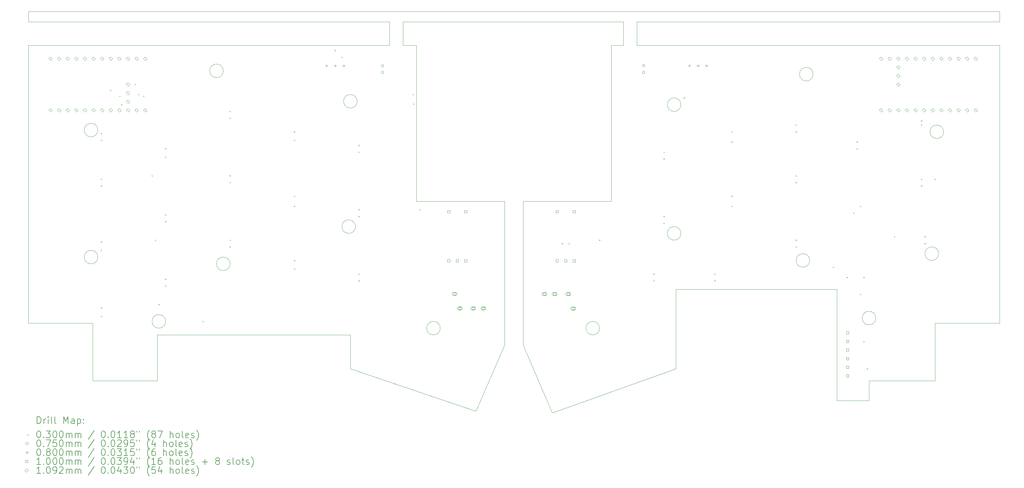
<source format=gbr>
%TF.GenerationSoftware,KiCad,Pcbnew,8.0.3*%
%TF.CreationDate,2025-01-04T16:23:12+09:00*%
%TF.ProjectId,manjaro_mx,6d616e6a-6172-46f5-9f6d-782e6b696361,rev?*%
%TF.SameCoordinates,Original*%
%TF.FileFunction,Drillmap*%
%TF.FilePolarity,Positive*%
%FSLAX45Y45*%
G04 Gerber Fmt 4.5, Leading zero omitted, Abs format (unit mm)*
G04 Created by KiCad (PCBNEW 8.0.3) date 2025-01-04 16:23:12*
%MOMM*%
%LPD*%
G01*
G04 APERTURE LIST*
%ADD10C,0.050000*%
%ADD11C,0.200000*%
%ADD12C,0.100000*%
%ADD13C,0.109220*%
G04 APERTURE END LIST*
D10*
X14500000Y-3550000D02*
X14500000Y-4250000D01*
X21400000Y-4250000D02*
X32100000Y-4250000D01*
X32100000Y-3250000D02*
X32100000Y-3550000D01*
X5500000Y-6750000D02*
G75*
G02*
X5100000Y-6750000I-200000J0D01*
G01*
X5100000Y-6750000D02*
G75*
G02*
X5500000Y-6750000I200000J0D01*
G01*
X21400000Y-3550000D02*
X21400000Y-4250000D01*
X3450000Y-12450000D02*
X5350000Y-12450000D01*
X27300000Y-14734000D02*
X28250000Y-14734000D01*
X17500000Y-8850000D02*
X14900000Y-8850000D01*
X20300000Y-12600000D02*
G75*
G02*
X19900000Y-12600000I-200000J0D01*
G01*
X19900000Y-12600000D02*
G75*
G02*
X20300000Y-12600000I200000J0D01*
G01*
X22550000Y-13800000D02*
X18900000Y-15100000D01*
X18900000Y-15100000D02*
X18050000Y-13100000D01*
X32100000Y-3550000D02*
X21400000Y-3550000D01*
X28250000Y-14150000D02*
X30200000Y-14150000D01*
X30450000Y-6800000D02*
G75*
G02*
X30050000Y-6800000I-200000J0D01*
G01*
X30050000Y-6800000D02*
G75*
G02*
X30450000Y-6800000I200000J0D01*
G01*
X26600000Y-5100000D02*
G75*
G02*
X26200000Y-5100000I-200000J0D01*
G01*
X26200000Y-5100000D02*
G75*
G02*
X26600000Y-5100000I200000J0D01*
G01*
X21000000Y-4250000D02*
X21000000Y-3550000D01*
X14100000Y-4250000D02*
X3450000Y-4250000D01*
X30200000Y-12450000D02*
X30200000Y-14150000D01*
X22700000Y-6000000D02*
G75*
G02*
X22300000Y-6000000I-200000J0D01*
G01*
X22300000Y-6000000D02*
G75*
G02*
X22700000Y-6000000I200000J0D01*
G01*
X14500000Y-3550000D02*
X21000000Y-3550000D01*
X3450000Y-3250000D02*
X3450000Y-3550000D01*
X22700000Y-9800000D02*
G75*
G02*
X22300000Y-9800000I-200000J0D01*
G01*
X22300000Y-9800000D02*
G75*
G02*
X22700000Y-9800000I200000J0D01*
G01*
X14100000Y-3550000D02*
X14100000Y-4250000D01*
X12950000Y-12800000D02*
X12950000Y-13800000D01*
X28250000Y-14734000D02*
X28250000Y-14150000D01*
X9400000Y-10700000D02*
G75*
G02*
X9000000Y-10700000I-200000J0D01*
G01*
X9000000Y-10700000D02*
G75*
G02*
X9400000Y-10700000I200000J0D01*
G01*
X26500000Y-10600000D02*
G75*
G02*
X26100000Y-10600000I-200000J0D01*
G01*
X26100000Y-10600000D02*
G75*
G02*
X26500000Y-10600000I200000J0D01*
G01*
X7250000Y-12800000D02*
X12950000Y-12800000D01*
X14900000Y-8850000D02*
X14900000Y-4250000D01*
X13100000Y-9600000D02*
G75*
G02*
X12700000Y-9600000I-200000J0D01*
G01*
X12700000Y-9600000D02*
G75*
G02*
X13100000Y-9600000I200000J0D01*
G01*
X30300000Y-10400000D02*
G75*
G02*
X29900000Y-10400000I-200000J0D01*
G01*
X29900000Y-10400000D02*
G75*
G02*
X30300000Y-10400000I200000J0D01*
G01*
X3450000Y-3550000D02*
X14100000Y-3550000D01*
X7500000Y-12400000D02*
G75*
G02*
X7100000Y-12400000I-200000J0D01*
G01*
X7100000Y-12400000D02*
G75*
G02*
X7500000Y-12400000I200000J0D01*
G01*
X20650000Y-8850000D02*
X20650000Y-4250000D01*
X13150000Y-5900000D02*
G75*
G02*
X12750000Y-5900000I-200000J0D01*
G01*
X12750000Y-5900000D02*
G75*
G02*
X13150000Y-5900000I200000J0D01*
G01*
X18050000Y-8850000D02*
X18050000Y-13100000D01*
X28450000Y-12300000D02*
G75*
G02*
X28050000Y-12300000I-200000J0D01*
G01*
X28050000Y-12300000D02*
G75*
G02*
X28450000Y-12300000I200000J0D01*
G01*
X17500000Y-8850000D02*
X17500000Y-13100000D01*
X16650000Y-15050000D02*
X17500000Y-13100000D01*
X9200000Y-5000000D02*
G75*
G02*
X8800000Y-5000000I-200000J0D01*
G01*
X8800000Y-5000000D02*
G75*
G02*
X9200000Y-5000000I200000J0D01*
G01*
X5500000Y-10500000D02*
G75*
G02*
X5100000Y-10500000I-200000J0D01*
G01*
X5100000Y-10500000D02*
G75*
G02*
X5500000Y-10500000I200000J0D01*
G01*
X22550000Y-11450000D02*
X22550000Y-13800000D01*
X18050000Y-8850000D02*
X20650000Y-8850000D01*
X32100000Y-3250000D02*
X3450000Y-3250000D01*
X3450000Y-4250000D02*
X3450000Y-12450000D01*
X12950000Y-13800000D02*
X16650000Y-15050000D01*
X32100000Y-12450000D02*
X30200000Y-12450000D01*
X5350000Y-14150000D02*
X7250000Y-14150000D01*
X27300000Y-11450000D02*
X27300000Y-14734000D01*
X14500000Y-4250000D02*
X14900000Y-4250000D01*
X15600000Y-12600000D02*
G75*
G02*
X15200000Y-12600000I-200000J0D01*
G01*
X15200000Y-12600000D02*
G75*
G02*
X15600000Y-12600000I200000J0D01*
G01*
X27300000Y-11450000D02*
X22550000Y-11450000D01*
X7250000Y-14150000D02*
X7250000Y-12800000D01*
X21000000Y-4250000D02*
X20650000Y-4250000D01*
X5350000Y-12450000D02*
X5350000Y-14150000D01*
X32100000Y-4250000D02*
X32100000Y-12450000D01*
D11*
D12*
X5585000Y-6835000D02*
X5615000Y-6865000D01*
X5615000Y-6835000D02*
X5585000Y-6865000D01*
X5585000Y-7035000D02*
X5615000Y-7065000D01*
X5615000Y-7035000D02*
X5585000Y-7065000D01*
X5585000Y-8185000D02*
X5615000Y-8215000D01*
X5615000Y-8185000D02*
X5585000Y-8215000D01*
X5585000Y-8385000D02*
X5615000Y-8415000D01*
X5615000Y-8385000D02*
X5585000Y-8415000D01*
X5585000Y-10035000D02*
X5615000Y-10065000D01*
X5615000Y-10035000D02*
X5585000Y-10065000D01*
X5585000Y-10285000D02*
X5615000Y-10315000D01*
X5615000Y-10285000D02*
X5585000Y-10315000D01*
X5585000Y-11985000D02*
X5615000Y-12015000D01*
X5615000Y-11985000D02*
X5585000Y-12015000D01*
X5585000Y-12235000D02*
X5615000Y-12265000D01*
X5615000Y-12235000D02*
X5585000Y-12265000D01*
X5860073Y-5560074D02*
X5890073Y-5590074D01*
X5890073Y-5560074D02*
X5860073Y-5590074D01*
X6135000Y-5735000D02*
X6165000Y-5765000D01*
X6165000Y-5735000D02*
X6135000Y-5765000D01*
X6185000Y-5985000D02*
X6215000Y-6015000D01*
X6215000Y-5985000D02*
X6185000Y-6015000D01*
X6585000Y-5385000D02*
X6615000Y-5415000D01*
X6615000Y-5385000D02*
X6585000Y-5415000D01*
X6685000Y-5685000D02*
X6715000Y-5715000D01*
X6715000Y-5685000D02*
X6685000Y-5715000D01*
X6835000Y-5735000D02*
X6865000Y-5765000D01*
X6865000Y-5735000D02*
X6835000Y-5765000D01*
X7085000Y-8085000D02*
X7115000Y-8115000D01*
X7115000Y-8085000D02*
X7085000Y-8115000D01*
X7185000Y-9985000D02*
X7215000Y-10015000D01*
X7215000Y-9985000D02*
X7185000Y-10015000D01*
X7285000Y-11885000D02*
X7315000Y-11915000D01*
X7315000Y-11885000D02*
X7285000Y-11915000D01*
X7485000Y-7285000D02*
X7515000Y-7315000D01*
X7515000Y-7285000D02*
X7485000Y-7315000D01*
X7485000Y-7535000D02*
X7515000Y-7565000D01*
X7515000Y-7535000D02*
X7485000Y-7565000D01*
X7485000Y-9235000D02*
X7515000Y-9265000D01*
X7515000Y-9235000D02*
X7485000Y-9265000D01*
X7485000Y-9435000D02*
X7515000Y-9465000D01*
X7515000Y-9435000D02*
X7485000Y-9465000D01*
X7485000Y-11135000D02*
X7515000Y-11165000D01*
X7515000Y-11135000D02*
X7485000Y-11165000D01*
X7485000Y-11335000D02*
X7515000Y-11365000D01*
X7515000Y-11335000D02*
X7485000Y-11365000D01*
X8585000Y-12385000D02*
X8615000Y-12415000D01*
X8615000Y-12385000D02*
X8585000Y-12415000D01*
X9385000Y-6185000D02*
X9415000Y-6215000D01*
X9415000Y-6185000D02*
X9385000Y-6215000D01*
X9385000Y-6385000D02*
X9415000Y-6415000D01*
X9415000Y-6385000D02*
X9385000Y-6415000D01*
X9385000Y-8085000D02*
X9415000Y-8115000D01*
X9415000Y-8085000D02*
X9385000Y-8115000D01*
X9385000Y-8285000D02*
X9415000Y-8315000D01*
X9415000Y-8285000D02*
X9385000Y-8315000D01*
X9385000Y-9985000D02*
X9415000Y-10015000D01*
X9415000Y-9985000D02*
X9385000Y-10015000D01*
X9385000Y-10185000D02*
X9415000Y-10215000D01*
X9415000Y-10185000D02*
X9385000Y-10215000D01*
X11285000Y-6785000D02*
X11315000Y-6815000D01*
X11315000Y-6785000D02*
X11285000Y-6815000D01*
X11285000Y-7035000D02*
X11315000Y-7065000D01*
X11315000Y-7035000D02*
X11285000Y-7065000D01*
X11285000Y-8685000D02*
X11315000Y-8715000D01*
X11315000Y-8685000D02*
X11285000Y-8715000D01*
X11285000Y-8985000D02*
X11315000Y-9015000D01*
X11315000Y-8985000D02*
X11285000Y-9015000D01*
X11285000Y-10585000D02*
X11315000Y-10615000D01*
X11315000Y-10585000D02*
X11285000Y-10615000D01*
X11285000Y-10835000D02*
X11315000Y-10865000D01*
X11315000Y-10835000D02*
X11285000Y-10865000D01*
X12485000Y-4385000D02*
X12515000Y-4415000D01*
X12515000Y-4385000D02*
X12485000Y-4415000D01*
X12685000Y-4585000D02*
X12715000Y-4615000D01*
X12715000Y-4585000D02*
X12685000Y-4615000D01*
X13185000Y-7185000D02*
X13215000Y-7215000D01*
X13215000Y-7185000D02*
X13185000Y-7215000D01*
X13185000Y-7385000D02*
X13215000Y-7415000D01*
X13215000Y-7385000D02*
X13185000Y-7415000D01*
X13185000Y-9085000D02*
X13215000Y-9115000D01*
X13215000Y-9085000D02*
X13185000Y-9115000D01*
X13185000Y-9285000D02*
X13215000Y-9315000D01*
X13215000Y-9285000D02*
X13185000Y-9315000D01*
X13185000Y-10985000D02*
X13215000Y-11015000D01*
X13215000Y-10985000D02*
X13185000Y-11015000D01*
X13185000Y-11185000D02*
X13215000Y-11215000D01*
X13215000Y-11185000D02*
X13185000Y-11215000D01*
X14785000Y-5685000D02*
X14815000Y-5715000D01*
X14815000Y-5685000D02*
X14785000Y-5715000D01*
X14805000Y-5963579D02*
X14835000Y-5993579D01*
X14835000Y-5963579D02*
X14805000Y-5993579D01*
X14985000Y-9085000D02*
X15015000Y-9115000D01*
X15015000Y-9085000D02*
X14985000Y-9115000D01*
X19185000Y-10085000D02*
X19215000Y-10115000D01*
X19215000Y-10085000D02*
X19185000Y-10115000D01*
X19385000Y-10085000D02*
X19415000Y-10115000D01*
X19415000Y-10085000D02*
X19385000Y-10115000D01*
X20285000Y-9985000D02*
X20315000Y-10015000D01*
X20315000Y-9985000D02*
X20285000Y-10015000D01*
X21885000Y-10985000D02*
X21915000Y-11015000D01*
X21915000Y-10985000D02*
X21885000Y-11015000D01*
X21885000Y-11185000D02*
X21915000Y-11215000D01*
X21915000Y-11185000D02*
X21885000Y-11215000D01*
X22185000Y-7385000D02*
X22215000Y-7415000D01*
X22215000Y-7385000D02*
X22185000Y-7415000D01*
X22185000Y-7585000D02*
X22215000Y-7615000D01*
X22215000Y-7585000D02*
X22185000Y-7615000D01*
X22185000Y-9285000D02*
X22215000Y-9315000D01*
X22215000Y-9285000D02*
X22185000Y-9315000D01*
X22185000Y-9485000D02*
X22215000Y-9515000D01*
X22215000Y-9485000D02*
X22185000Y-9515000D01*
X22785000Y-5785000D02*
X22815000Y-5815000D01*
X22815000Y-5785000D02*
X22785000Y-5815000D01*
X23685000Y-10985000D02*
X23715000Y-11015000D01*
X23715000Y-10985000D02*
X23685000Y-11015000D01*
X23685000Y-11185000D02*
X23715000Y-11215000D01*
X23715000Y-11185000D02*
X23685000Y-11215000D01*
X24185000Y-6785000D02*
X24215000Y-6815000D01*
X24215000Y-6785000D02*
X24185000Y-6815000D01*
X24185000Y-7085000D02*
X24215000Y-7115000D01*
X24215000Y-7085000D02*
X24185000Y-7115000D01*
X24185000Y-8685000D02*
X24215000Y-8715000D01*
X24215000Y-8685000D02*
X24185000Y-8715000D01*
X24185000Y-8985000D02*
X24215000Y-9015000D01*
X24215000Y-8985000D02*
X24185000Y-9015000D01*
X26085000Y-6585000D02*
X26115000Y-6615000D01*
X26115000Y-6585000D02*
X26085000Y-6615000D01*
X26085000Y-6785000D02*
X26115000Y-6815000D01*
X26115000Y-6785000D02*
X26085000Y-6815000D01*
X26085000Y-8085000D02*
X26115000Y-8115000D01*
X26115000Y-8085000D02*
X26085000Y-8115000D01*
X26085000Y-8285000D02*
X26115000Y-8315000D01*
X26115000Y-8285000D02*
X26085000Y-8315000D01*
X26085000Y-9985000D02*
X26115000Y-10015000D01*
X26115000Y-9985000D02*
X26085000Y-10015000D01*
X26085000Y-10185000D02*
X26115000Y-10215000D01*
X26115000Y-10185000D02*
X26085000Y-10215000D01*
X27185000Y-10785000D02*
X27215000Y-10815000D01*
X27215000Y-10785000D02*
X27185000Y-10815000D01*
X27585000Y-11085000D02*
X27615000Y-11115000D01*
X27615000Y-11085000D02*
X27585000Y-11115000D01*
X27785000Y-9185000D02*
X27815000Y-9215000D01*
X27815000Y-9185000D02*
X27785000Y-9215000D01*
X27885000Y-7085000D02*
X27915000Y-7115000D01*
X27915000Y-7085000D02*
X27885000Y-7115000D01*
X27885000Y-7285000D02*
X27915000Y-7315000D01*
X27915000Y-7285000D02*
X27885000Y-7315000D01*
X27985000Y-8985000D02*
X28015000Y-9015000D01*
X28015000Y-8985000D02*
X27985000Y-9015000D01*
X27985000Y-11585000D02*
X28015000Y-11615000D01*
X28015000Y-11585000D02*
X27985000Y-11615000D01*
X28085000Y-11085000D02*
X28115000Y-11115000D01*
X28115000Y-11085000D02*
X28085000Y-11115000D01*
X28085000Y-12985000D02*
X28115000Y-13015000D01*
X28115000Y-12985000D02*
X28085000Y-13015000D01*
X28185000Y-13785000D02*
X28215000Y-13815000D01*
X28215000Y-13785000D02*
X28185000Y-13815000D01*
X28985000Y-9885000D02*
X29015000Y-9915000D01*
X29015000Y-9885000D02*
X28985000Y-9915000D01*
X29785000Y-6464755D02*
X29815000Y-6494755D01*
X29815000Y-6464755D02*
X29785000Y-6494755D01*
X29785000Y-6585000D02*
X29815000Y-6615000D01*
X29815000Y-6585000D02*
X29785000Y-6615000D01*
X29785000Y-8185000D02*
X29815000Y-8215000D01*
X29815000Y-8185000D02*
X29785000Y-8215000D01*
X29785000Y-8385000D02*
X29815000Y-8415000D01*
X29815000Y-8385000D02*
X29785000Y-8415000D01*
X29885000Y-9885000D02*
X29915000Y-9915000D01*
X29915000Y-9885000D02*
X29885000Y-9915000D01*
X29885000Y-10085000D02*
X29915000Y-10115000D01*
X29915000Y-10085000D02*
X29885000Y-10115000D01*
X30185000Y-8185000D02*
X30215000Y-8215000D01*
X30215000Y-8185000D02*
X30185000Y-8215000D01*
X13937500Y-4850000D02*
G75*
G02*
X13862500Y-4850000I-37500J0D01*
G01*
X13862500Y-4850000D02*
G75*
G02*
X13937500Y-4850000I37500J0D01*
G01*
X13937500Y-5050000D02*
G75*
G02*
X13862500Y-5050000I-37500J0D01*
G01*
X13862500Y-5050000D02*
G75*
G02*
X13937500Y-5050000I37500J0D01*
G01*
X21637500Y-4850000D02*
G75*
G02*
X21562500Y-4850000I-37500J0D01*
G01*
X21562500Y-4850000D02*
G75*
G02*
X21637500Y-4850000I37500J0D01*
G01*
X21637500Y-5050000D02*
G75*
G02*
X21562500Y-5050000I-37500J0D01*
G01*
X21562500Y-5050000D02*
G75*
G02*
X21637500Y-5050000I37500J0D01*
G01*
X12246000Y-4810000D02*
X12246000Y-4890000D01*
X12206000Y-4850000D02*
X12286000Y-4850000D01*
X12500000Y-4810000D02*
X12500000Y-4890000D01*
X12460000Y-4850000D02*
X12540000Y-4850000D01*
X12754000Y-4810000D02*
X12754000Y-4890000D01*
X12714000Y-4850000D02*
X12794000Y-4850000D01*
X22951000Y-4810000D02*
X22951000Y-4890000D01*
X22911000Y-4850000D02*
X22991000Y-4850000D01*
X23205000Y-4810000D02*
X23205000Y-4890000D01*
X23165000Y-4850000D02*
X23245000Y-4850000D01*
X23459000Y-4810000D02*
X23459000Y-4890000D01*
X23419000Y-4850000D02*
X23499000Y-4850000D01*
X15885356Y-9195356D02*
X15885356Y-9124644D01*
X15814644Y-9124644D01*
X15814644Y-9195356D01*
X15885356Y-9195356D01*
X15885356Y-10645356D02*
X15885356Y-10574644D01*
X15814644Y-10574644D01*
X15814644Y-10645356D01*
X15885356Y-10645356D01*
X16060356Y-11620356D02*
X16060356Y-11549644D01*
X15989644Y-11549644D01*
X15989644Y-11620356D01*
X16060356Y-11620356D01*
X16050000Y-11535000D02*
X16000000Y-11535000D01*
X16000000Y-11635000D02*
G75*
G02*
X16000000Y-11535000I0J50000D01*
G01*
X16000000Y-11635000D02*
X16050000Y-11635000D01*
X16050000Y-11635000D02*
G75*
G03*
X16050000Y-11535000I0J50000D01*
G01*
X16135356Y-10645356D02*
X16135356Y-10574644D01*
X16064644Y-10574644D01*
X16064644Y-10645356D01*
X16135356Y-10645356D01*
X16210356Y-12050356D02*
X16210356Y-11979644D01*
X16139644Y-11979644D01*
X16139644Y-12050356D01*
X16210356Y-12050356D01*
X16200000Y-11965000D02*
X16150000Y-11965000D01*
X16150000Y-12065000D02*
G75*
G02*
X16150000Y-11965000I0J50000D01*
G01*
X16150000Y-12065000D02*
X16200000Y-12065000D01*
X16200000Y-12065000D02*
G75*
G03*
X16200000Y-11965000I0J50000D01*
G01*
X16385356Y-9195356D02*
X16385356Y-9124644D01*
X16314644Y-9124644D01*
X16314644Y-9195356D01*
X16385356Y-9195356D01*
X16385356Y-10645356D02*
X16385356Y-10574644D01*
X16314644Y-10574644D01*
X16314644Y-10645356D01*
X16385356Y-10645356D01*
X16610356Y-12050356D02*
X16610356Y-11979644D01*
X16539644Y-11979644D01*
X16539644Y-12050356D01*
X16610356Y-12050356D01*
X16600000Y-11965000D02*
X16550000Y-11965000D01*
X16550000Y-12065000D02*
G75*
G02*
X16550000Y-11965000I0J50000D01*
G01*
X16550000Y-12065000D02*
X16600000Y-12065000D01*
X16600000Y-12065000D02*
G75*
G03*
X16600000Y-11965000I0J50000D01*
G01*
X16910356Y-12050356D02*
X16910356Y-11979644D01*
X16839644Y-11979644D01*
X16839644Y-12050356D01*
X16910356Y-12050356D01*
X16900000Y-11965000D02*
X16850000Y-11965000D01*
X16850000Y-12065000D02*
G75*
G02*
X16850000Y-11965000I0J50000D01*
G01*
X16850000Y-12065000D02*
X16900000Y-12065000D01*
X16900000Y-12065000D02*
G75*
G03*
X16900000Y-11965000I0J50000D01*
G01*
X18710356Y-11625356D02*
X18710356Y-11554644D01*
X18639644Y-11554644D01*
X18639644Y-11625356D01*
X18710356Y-11625356D01*
X18650000Y-11640000D02*
X18700000Y-11640000D01*
X18700000Y-11540000D02*
G75*
G02*
X18700000Y-11640000I0J-50000D01*
G01*
X18700000Y-11540000D02*
X18650000Y-11540000D01*
X18650000Y-11540000D02*
G75*
G03*
X18650000Y-11640000I0J-50000D01*
G01*
X19010356Y-11625356D02*
X19010356Y-11554644D01*
X18939644Y-11554644D01*
X18939644Y-11625356D01*
X19010356Y-11625356D01*
X18950000Y-11640000D02*
X19000000Y-11640000D01*
X19000000Y-11540000D02*
G75*
G02*
X19000000Y-11640000I0J-50000D01*
G01*
X19000000Y-11540000D02*
X18950000Y-11540000D01*
X18950000Y-11540000D02*
G75*
G03*
X18950000Y-11640000I0J-50000D01*
G01*
X19085356Y-9195356D02*
X19085356Y-9124644D01*
X19014644Y-9124644D01*
X19014644Y-9195356D01*
X19085356Y-9195356D01*
X19085356Y-10645356D02*
X19085356Y-10574644D01*
X19014644Y-10574644D01*
X19014644Y-10645356D01*
X19085356Y-10645356D01*
X19335356Y-10645356D02*
X19335356Y-10574644D01*
X19264644Y-10574644D01*
X19264644Y-10645356D01*
X19335356Y-10645356D01*
X19410356Y-11625356D02*
X19410356Y-11554644D01*
X19339644Y-11554644D01*
X19339644Y-11625356D01*
X19410356Y-11625356D01*
X19350000Y-11640000D02*
X19400000Y-11640000D01*
X19400000Y-11540000D02*
G75*
G02*
X19400000Y-11640000I0J-50000D01*
G01*
X19400000Y-11540000D02*
X19350000Y-11540000D01*
X19350000Y-11540000D02*
G75*
G03*
X19350000Y-11640000I0J-50000D01*
G01*
X19560356Y-12055356D02*
X19560356Y-11984644D01*
X19489644Y-11984644D01*
X19489644Y-12055356D01*
X19560356Y-12055356D01*
X19500000Y-12070000D02*
X19550000Y-12070000D01*
X19550000Y-11970000D02*
G75*
G02*
X19550000Y-12070000I0J-50000D01*
G01*
X19550000Y-11970000D02*
X19500000Y-11970000D01*
X19500000Y-11970000D02*
G75*
G03*
X19500000Y-12070000I0J-50000D01*
G01*
X19585356Y-9195356D02*
X19585356Y-9124644D01*
X19514644Y-9124644D01*
X19514644Y-9195356D01*
X19585356Y-9195356D01*
X19585356Y-10645356D02*
X19585356Y-10574644D01*
X19514644Y-10574644D01*
X19514644Y-10645356D01*
X19585356Y-10645356D01*
X27650356Y-12769356D02*
X27650356Y-12698644D01*
X27579644Y-12698644D01*
X27579644Y-12769356D01*
X27650356Y-12769356D01*
X27650356Y-13023356D02*
X27650356Y-12952644D01*
X27579644Y-12952644D01*
X27579644Y-13023356D01*
X27650356Y-13023356D01*
X27650356Y-13277356D02*
X27650356Y-13206644D01*
X27579644Y-13206644D01*
X27579644Y-13277356D01*
X27650356Y-13277356D01*
X27650356Y-13531356D02*
X27650356Y-13460644D01*
X27579644Y-13460644D01*
X27579644Y-13531356D01*
X27650356Y-13531356D01*
X27650356Y-13785356D02*
X27650356Y-13714644D01*
X27579644Y-13714644D01*
X27579644Y-13785356D01*
X27650356Y-13785356D01*
X27650356Y-14039356D02*
X27650356Y-13968644D01*
X27579644Y-13968644D01*
X27579644Y-14039356D01*
X27650356Y-14039356D01*
D13*
X4103000Y-4692610D02*
X4157610Y-4638000D01*
X4103000Y-4583390D01*
X4048390Y-4638000D01*
X4103000Y-4692610D01*
X4103000Y-6216610D02*
X4157610Y-6162000D01*
X4103000Y-6107390D01*
X4048390Y-6162000D01*
X4103000Y-6216610D01*
X4357000Y-4692610D02*
X4411610Y-4638000D01*
X4357000Y-4583390D01*
X4302390Y-4638000D01*
X4357000Y-4692610D01*
X4357000Y-6216610D02*
X4411610Y-6162000D01*
X4357000Y-6107390D01*
X4302390Y-6162000D01*
X4357000Y-6216610D01*
X4611000Y-4692610D02*
X4665610Y-4638000D01*
X4611000Y-4583390D01*
X4556390Y-4638000D01*
X4611000Y-4692610D01*
X4611000Y-6216610D02*
X4665610Y-6162000D01*
X4611000Y-6107390D01*
X4556390Y-6162000D01*
X4611000Y-6216610D01*
X4865000Y-4692610D02*
X4919610Y-4638000D01*
X4865000Y-4583390D01*
X4810390Y-4638000D01*
X4865000Y-4692610D01*
X4865000Y-6216610D02*
X4919610Y-6162000D01*
X4865000Y-6107390D01*
X4810390Y-6162000D01*
X4865000Y-6216610D01*
X5119000Y-4692610D02*
X5173610Y-4638000D01*
X5119000Y-4583390D01*
X5064390Y-4638000D01*
X5119000Y-4692610D01*
X5119000Y-6216610D02*
X5173610Y-6162000D01*
X5119000Y-6107390D01*
X5064390Y-6162000D01*
X5119000Y-6216610D01*
X5373000Y-4692610D02*
X5427610Y-4638000D01*
X5373000Y-4583390D01*
X5318390Y-4638000D01*
X5373000Y-4692610D01*
X5373000Y-6216610D02*
X5427610Y-6162000D01*
X5373000Y-6107390D01*
X5318390Y-6162000D01*
X5373000Y-6216610D01*
X5627000Y-4692610D02*
X5681610Y-4638000D01*
X5627000Y-4583390D01*
X5572390Y-4638000D01*
X5627000Y-4692610D01*
X5627000Y-6216610D02*
X5681610Y-6162000D01*
X5627000Y-6107390D01*
X5572390Y-6162000D01*
X5627000Y-6216610D01*
X5881000Y-4692610D02*
X5935610Y-4638000D01*
X5881000Y-4583390D01*
X5826390Y-4638000D01*
X5881000Y-4692610D01*
X5881000Y-6216610D02*
X5935610Y-6162000D01*
X5881000Y-6107390D01*
X5826390Y-6162000D01*
X5881000Y-6216610D01*
X6135000Y-4692610D02*
X6189610Y-4638000D01*
X6135000Y-4583390D01*
X6080390Y-4638000D01*
X6135000Y-4692610D01*
X6135000Y-6216610D02*
X6189610Y-6162000D01*
X6135000Y-6107390D01*
X6080390Y-6162000D01*
X6135000Y-6216610D01*
X6389000Y-4692610D02*
X6443610Y-4638000D01*
X6389000Y-4583390D01*
X6334390Y-4638000D01*
X6389000Y-4692610D01*
X6389000Y-5454610D02*
X6443610Y-5400000D01*
X6389000Y-5345390D01*
X6334390Y-5400000D01*
X6389000Y-5454610D01*
X6389000Y-5708610D02*
X6443610Y-5654000D01*
X6389000Y-5599390D01*
X6334390Y-5654000D01*
X6389000Y-5708610D01*
X6389000Y-5962610D02*
X6443610Y-5908000D01*
X6389000Y-5853390D01*
X6334390Y-5908000D01*
X6389000Y-5962610D01*
X6389000Y-6216610D02*
X6443610Y-6162000D01*
X6389000Y-6107390D01*
X6334390Y-6162000D01*
X6389000Y-6216610D01*
X6643000Y-4692610D02*
X6697610Y-4638000D01*
X6643000Y-4583390D01*
X6588390Y-4638000D01*
X6643000Y-4692610D01*
X6643000Y-6216610D02*
X6697610Y-6162000D01*
X6643000Y-6107390D01*
X6588390Y-6162000D01*
X6643000Y-6216610D01*
X6897000Y-4692610D02*
X6951610Y-4638000D01*
X6897000Y-4583390D01*
X6842390Y-4638000D01*
X6897000Y-4692610D01*
X6897000Y-6216610D02*
X6951610Y-6162000D01*
X6897000Y-6107390D01*
X6842390Y-6162000D01*
X6897000Y-6216610D01*
X28603000Y-4692610D02*
X28657610Y-4638000D01*
X28603000Y-4583390D01*
X28548390Y-4638000D01*
X28603000Y-4692610D01*
X28603000Y-6216610D02*
X28657610Y-6162000D01*
X28603000Y-6107390D01*
X28548390Y-6162000D01*
X28603000Y-6216610D01*
X28857000Y-4692610D02*
X28911610Y-4638000D01*
X28857000Y-4583390D01*
X28802390Y-4638000D01*
X28857000Y-4692610D01*
X28857000Y-6216610D02*
X28911610Y-6162000D01*
X28857000Y-6107390D01*
X28802390Y-6162000D01*
X28857000Y-6216610D01*
X29111000Y-4692610D02*
X29165610Y-4638000D01*
X29111000Y-4583390D01*
X29056390Y-4638000D01*
X29111000Y-4692610D01*
X29111000Y-4946610D02*
X29165610Y-4892000D01*
X29111000Y-4837390D01*
X29056390Y-4892000D01*
X29111000Y-4946610D01*
X29111000Y-5200610D02*
X29165610Y-5146000D01*
X29111000Y-5091390D01*
X29056390Y-5146000D01*
X29111000Y-5200610D01*
X29111000Y-5454610D02*
X29165610Y-5400000D01*
X29111000Y-5345390D01*
X29056390Y-5400000D01*
X29111000Y-5454610D01*
X29111000Y-6216610D02*
X29165610Y-6162000D01*
X29111000Y-6107390D01*
X29056390Y-6162000D01*
X29111000Y-6216610D01*
X29365000Y-4692610D02*
X29419610Y-4638000D01*
X29365000Y-4583390D01*
X29310390Y-4638000D01*
X29365000Y-4692610D01*
X29365000Y-6216610D02*
X29419610Y-6162000D01*
X29365000Y-6107390D01*
X29310390Y-6162000D01*
X29365000Y-6216610D01*
X29619000Y-4692610D02*
X29673610Y-4638000D01*
X29619000Y-4583390D01*
X29564390Y-4638000D01*
X29619000Y-4692610D01*
X29619000Y-6216610D02*
X29673610Y-6162000D01*
X29619000Y-6107390D01*
X29564390Y-6162000D01*
X29619000Y-6216610D01*
X29873000Y-4692610D02*
X29927610Y-4638000D01*
X29873000Y-4583390D01*
X29818390Y-4638000D01*
X29873000Y-4692610D01*
X29873000Y-6216610D02*
X29927610Y-6162000D01*
X29873000Y-6107390D01*
X29818390Y-6162000D01*
X29873000Y-6216610D01*
X30127000Y-4692610D02*
X30181610Y-4638000D01*
X30127000Y-4583390D01*
X30072390Y-4638000D01*
X30127000Y-4692610D01*
X30127000Y-6216610D02*
X30181610Y-6162000D01*
X30127000Y-6107390D01*
X30072390Y-6162000D01*
X30127000Y-6216610D01*
X30381000Y-4692610D02*
X30435610Y-4638000D01*
X30381000Y-4583390D01*
X30326390Y-4638000D01*
X30381000Y-4692610D01*
X30381000Y-6216610D02*
X30435610Y-6162000D01*
X30381000Y-6107390D01*
X30326390Y-6162000D01*
X30381000Y-6216610D01*
X30635000Y-4692610D02*
X30689610Y-4638000D01*
X30635000Y-4583390D01*
X30580390Y-4638000D01*
X30635000Y-4692610D01*
X30635000Y-6216610D02*
X30689610Y-6162000D01*
X30635000Y-6107390D01*
X30580390Y-6162000D01*
X30635000Y-6216610D01*
X30889000Y-4692610D02*
X30943610Y-4638000D01*
X30889000Y-4583390D01*
X30834390Y-4638000D01*
X30889000Y-4692610D01*
X30889000Y-6216610D02*
X30943610Y-6162000D01*
X30889000Y-6107390D01*
X30834390Y-6162000D01*
X30889000Y-6216610D01*
X31143000Y-4692610D02*
X31197610Y-4638000D01*
X31143000Y-4583390D01*
X31088390Y-4638000D01*
X31143000Y-4692610D01*
X31143000Y-6216610D02*
X31197610Y-6162000D01*
X31143000Y-6107390D01*
X31088390Y-6162000D01*
X31143000Y-6216610D01*
X31397000Y-4692610D02*
X31451610Y-4638000D01*
X31397000Y-4583390D01*
X31342390Y-4638000D01*
X31397000Y-4692610D01*
X31397000Y-6216610D02*
X31451610Y-6162000D01*
X31397000Y-6107390D01*
X31342390Y-6162000D01*
X31397000Y-6216610D01*
D11*
X3708277Y-15413984D02*
X3708277Y-15213984D01*
X3708277Y-15213984D02*
X3755896Y-15213984D01*
X3755896Y-15213984D02*
X3784467Y-15223508D01*
X3784467Y-15223508D02*
X3803515Y-15242555D01*
X3803515Y-15242555D02*
X3813039Y-15261603D01*
X3813039Y-15261603D02*
X3822562Y-15299698D01*
X3822562Y-15299698D02*
X3822562Y-15328269D01*
X3822562Y-15328269D02*
X3813039Y-15366365D01*
X3813039Y-15366365D02*
X3803515Y-15385412D01*
X3803515Y-15385412D02*
X3784467Y-15404460D01*
X3784467Y-15404460D02*
X3755896Y-15413984D01*
X3755896Y-15413984D02*
X3708277Y-15413984D01*
X3908277Y-15413984D02*
X3908277Y-15280650D01*
X3908277Y-15318746D02*
X3917801Y-15299698D01*
X3917801Y-15299698D02*
X3927324Y-15290174D01*
X3927324Y-15290174D02*
X3946372Y-15280650D01*
X3946372Y-15280650D02*
X3965420Y-15280650D01*
X4032086Y-15413984D02*
X4032086Y-15280650D01*
X4032086Y-15213984D02*
X4022562Y-15223508D01*
X4022562Y-15223508D02*
X4032086Y-15233031D01*
X4032086Y-15233031D02*
X4041610Y-15223508D01*
X4041610Y-15223508D02*
X4032086Y-15213984D01*
X4032086Y-15213984D02*
X4032086Y-15233031D01*
X4155896Y-15413984D02*
X4136848Y-15404460D01*
X4136848Y-15404460D02*
X4127324Y-15385412D01*
X4127324Y-15385412D02*
X4127324Y-15213984D01*
X4260658Y-15413984D02*
X4241610Y-15404460D01*
X4241610Y-15404460D02*
X4232086Y-15385412D01*
X4232086Y-15385412D02*
X4232086Y-15213984D01*
X4489229Y-15413984D02*
X4489229Y-15213984D01*
X4489229Y-15213984D02*
X4555896Y-15356841D01*
X4555896Y-15356841D02*
X4622563Y-15213984D01*
X4622563Y-15213984D02*
X4622563Y-15413984D01*
X4803515Y-15413984D02*
X4803515Y-15309222D01*
X4803515Y-15309222D02*
X4793991Y-15290174D01*
X4793991Y-15290174D02*
X4774944Y-15280650D01*
X4774944Y-15280650D02*
X4736848Y-15280650D01*
X4736848Y-15280650D02*
X4717801Y-15290174D01*
X4803515Y-15404460D02*
X4784467Y-15413984D01*
X4784467Y-15413984D02*
X4736848Y-15413984D01*
X4736848Y-15413984D02*
X4717801Y-15404460D01*
X4717801Y-15404460D02*
X4708277Y-15385412D01*
X4708277Y-15385412D02*
X4708277Y-15366365D01*
X4708277Y-15366365D02*
X4717801Y-15347317D01*
X4717801Y-15347317D02*
X4736848Y-15337793D01*
X4736848Y-15337793D02*
X4784467Y-15337793D01*
X4784467Y-15337793D02*
X4803515Y-15328269D01*
X4898753Y-15280650D02*
X4898753Y-15480650D01*
X4898753Y-15290174D02*
X4917801Y-15280650D01*
X4917801Y-15280650D02*
X4955896Y-15280650D01*
X4955896Y-15280650D02*
X4974944Y-15290174D01*
X4974944Y-15290174D02*
X4984467Y-15299698D01*
X4984467Y-15299698D02*
X4993991Y-15318746D01*
X4993991Y-15318746D02*
X4993991Y-15375888D01*
X4993991Y-15375888D02*
X4984467Y-15394936D01*
X4984467Y-15394936D02*
X4974944Y-15404460D01*
X4974944Y-15404460D02*
X4955896Y-15413984D01*
X4955896Y-15413984D02*
X4917801Y-15413984D01*
X4917801Y-15413984D02*
X4898753Y-15404460D01*
X5079705Y-15394936D02*
X5089229Y-15404460D01*
X5089229Y-15404460D02*
X5079705Y-15413984D01*
X5079705Y-15413984D02*
X5070182Y-15404460D01*
X5070182Y-15404460D02*
X5079705Y-15394936D01*
X5079705Y-15394936D02*
X5079705Y-15413984D01*
X5079705Y-15290174D02*
X5089229Y-15299698D01*
X5089229Y-15299698D02*
X5079705Y-15309222D01*
X5079705Y-15309222D02*
X5070182Y-15299698D01*
X5070182Y-15299698D02*
X5079705Y-15290174D01*
X5079705Y-15290174D02*
X5079705Y-15309222D01*
D12*
X3417500Y-15727500D02*
X3447500Y-15757500D01*
X3447500Y-15727500D02*
X3417500Y-15757500D01*
D11*
X3746372Y-15633984D02*
X3765420Y-15633984D01*
X3765420Y-15633984D02*
X3784467Y-15643508D01*
X3784467Y-15643508D02*
X3793991Y-15653031D01*
X3793991Y-15653031D02*
X3803515Y-15672079D01*
X3803515Y-15672079D02*
X3813039Y-15710174D01*
X3813039Y-15710174D02*
X3813039Y-15757793D01*
X3813039Y-15757793D02*
X3803515Y-15795888D01*
X3803515Y-15795888D02*
X3793991Y-15814936D01*
X3793991Y-15814936D02*
X3784467Y-15824460D01*
X3784467Y-15824460D02*
X3765420Y-15833984D01*
X3765420Y-15833984D02*
X3746372Y-15833984D01*
X3746372Y-15833984D02*
X3727324Y-15824460D01*
X3727324Y-15824460D02*
X3717801Y-15814936D01*
X3717801Y-15814936D02*
X3708277Y-15795888D01*
X3708277Y-15795888D02*
X3698753Y-15757793D01*
X3698753Y-15757793D02*
X3698753Y-15710174D01*
X3698753Y-15710174D02*
X3708277Y-15672079D01*
X3708277Y-15672079D02*
X3717801Y-15653031D01*
X3717801Y-15653031D02*
X3727324Y-15643508D01*
X3727324Y-15643508D02*
X3746372Y-15633984D01*
X3898753Y-15814936D02*
X3908277Y-15824460D01*
X3908277Y-15824460D02*
X3898753Y-15833984D01*
X3898753Y-15833984D02*
X3889229Y-15824460D01*
X3889229Y-15824460D02*
X3898753Y-15814936D01*
X3898753Y-15814936D02*
X3898753Y-15833984D01*
X3974943Y-15633984D02*
X4098753Y-15633984D01*
X4098753Y-15633984D02*
X4032086Y-15710174D01*
X4032086Y-15710174D02*
X4060658Y-15710174D01*
X4060658Y-15710174D02*
X4079705Y-15719698D01*
X4079705Y-15719698D02*
X4089229Y-15729222D01*
X4089229Y-15729222D02*
X4098753Y-15748269D01*
X4098753Y-15748269D02*
X4098753Y-15795888D01*
X4098753Y-15795888D02*
X4089229Y-15814936D01*
X4089229Y-15814936D02*
X4079705Y-15824460D01*
X4079705Y-15824460D02*
X4060658Y-15833984D01*
X4060658Y-15833984D02*
X4003515Y-15833984D01*
X4003515Y-15833984D02*
X3984467Y-15824460D01*
X3984467Y-15824460D02*
X3974943Y-15814936D01*
X4222563Y-15633984D02*
X4241610Y-15633984D01*
X4241610Y-15633984D02*
X4260658Y-15643508D01*
X4260658Y-15643508D02*
X4270182Y-15653031D01*
X4270182Y-15653031D02*
X4279705Y-15672079D01*
X4279705Y-15672079D02*
X4289229Y-15710174D01*
X4289229Y-15710174D02*
X4289229Y-15757793D01*
X4289229Y-15757793D02*
X4279705Y-15795888D01*
X4279705Y-15795888D02*
X4270182Y-15814936D01*
X4270182Y-15814936D02*
X4260658Y-15824460D01*
X4260658Y-15824460D02*
X4241610Y-15833984D01*
X4241610Y-15833984D02*
X4222563Y-15833984D01*
X4222563Y-15833984D02*
X4203515Y-15824460D01*
X4203515Y-15824460D02*
X4193991Y-15814936D01*
X4193991Y-15814936D02*
X4184467Y-15795888D01*
X4184467Y-15795888D02*
X4174943Y-15757793D01*
X4174943Y-15757793D02*
X4174943Y-15710174D01*
X4174943Y-15710174D02*
X4184467Y-15672079D01*
X4184467Y-15672079D02*
X4193991Y-15653031D01*
X4193991Y-15653031D02*
X4203515Y-15643508D01*
X4203515Y-15643508D02*
X4222563Y-15633984D01*
X4413039Y-15633984D02*
X4432086Y-15633984D01*
X4432086Y-15633984D02*
X4451134Y-15643508D01*
X4451134Y-15643508D02*
X4460658Y-15653031D01*
X4460658Y-15653031D02*
X4470182Y-15672079D01*
X4470182Y-15672079D02*
X4479705Y-15710174D01*
X4479705Y-15710174D02*
X4479705Y-15757793D01*
X4479705Y-15757793D02*
X4470182Y-15795888D01*
X4470182Y-15795888D02*
X4460658Y-15814936D01*
X4460658Y-15814936D02*
X4451134Y-15824460D01*
X4451134Y-15824460D02*
X4432086Y-15833984D01*
X4432086Y-15833984D02*
X4413039Y-15833984D01*
X4413039Y-15833984D02*
X4393991Y-15824460D01*
X4393991Y-15824460D02*
X4384467Y-15814936D01*
X4384467Y-15814936D02*
X4374944Y-15795888D01*
X4374944Y-15795888D02*
X4365420Y-15757793D01*
X4365420Y-15757793D02*
X4365420Y-15710174D01*
X4365420Y-15710174D02*
X4374944Y-15672079D01*
X4374944Y-15672079D02*
X4384467Y-15653031D01*
X4384467Y-15653031D02*
X4393991Y-15643508D01*
X4393991Y-15643508D02*
X4413039Y-15633984D01*
X4565420Y-15833984D02*
X4565420Y-15700650D01*
X4565420Y-15719698D02*
X4574944Y-15710174D01*
X4574944Y-15710174D02*
X4593991Y-15700650D01*
X4593991Y-15700650D02*
X4622563Y-15700650D01*
X4622563Y-15700650D02*
X4641610Y-15710174D01*
X4641610Y-15710174D02*
X4651134Y-15729222D01*
X4651134Y-15729222D02*
X4651134Y-15833984D01*
X4651134Y-15729222D02*
X4660658Y-15710174D01*
X4660658Y-15710174D02*
X4679705Y-15700650D01*
X4679705Y-15700650D02*
X4708277Y-15700650D01*
X4708277Y-15700650D02*
X4727325Y-15710174D01*
X4727325Y-15710174D02*
X4736848Y-15729222D01*
X4736848Y-15729222D02*
X4736848Y-15833984D01*
X4832086Y-15833984D02*
X4832086Y-15700650D01*
X4832086Y-15719698D02*
X4841610Y-15710174D01*
X4841610Y-15710174D02*
X4860658Y-15700650D01*
X4860658Y-15700650D02*
X4889229Y-15700650D01*
X4889229Y-15700650D02*
X4908277Y-15710174D01*
X4908277Y-15710174D02*
X4917801Y-15729222D01*
X4917801Y-15729222D02*
X4917801Y-15833984D01*
X4917801Y-15729222D02*
X4927325Y-15710174D01*
X4927325Y-15710174D02*
X4946372Y-15700650D01*
X4946372Y-15700650D02*
X4974944Y-15700650D01*
X4974944Y-15700650D02*
X4993991Y-15710174D01*
X4993991Y-15710174D02*
X5003515Y-15729222D01*
X5003515Y-15729222D02*
X5003515Y-15833984D01*
X5393991Y-15624460D02*
X5222563Y-15881603D01*
X5651134Y-15633984D02*
X5670182Y-15633984D01*
X5670182Y-15633984D02*
X5689229Y-15643508D01*
X5689229Y-15643508D02*
X5698753Y-15653031D01*
X5698753Y-15653031D02*
X5708277Y-15672079D01*
X5708277Y-15672079D02*
X5717801Y-15710174D01*
X5717801Y-15710174D02*
X5717801Y-15757793D01*
X5717801Y-15757793D02*
X5708277Y-15795888D01*
X5708277Y-15795888D02*
X5698753Y-15814936D01*
X5698753Y-15814936D02*
X5689229Y-15824460D01*
X5689229Y-15824460D02*
X5670182Y-15833984D01*
X5670182Y-15833984D02*
X5651134Y-15833984D01*
X5651134Y-15833984D02*
X5632086Y-15824460D01*
X5632086Y-15824460D02*
X5622563Y-15814936D01*
X5622563Y-15814936D02*
X5613039Y-15795888D01*
X5613039Y-15795888D02*
X5603515Y-15757793D01*
X5603515Y-15757793D02*
X5603515Y-15710174D01*
X5603515Y-15710174D02*
X5613039Y-15672079D01*
X5613039Y-15672079D02*
X5622563Y-15653031D01*
X5622563Y-15653031D02*
X5632086Y-15643508D01*
X5632086Y-15643508D02*
X5651134Y-15633984D01*
X5803515Y-15814936D02*
X5813039Y-15824460D01*
X5813039Y-15824460D02*
X5803515Y-15833984D01*
X5803515Y-15833984D02*
X5793991Y-15824460D01*
X5793991Y-15824460D02*
X5803515Y-15814936D01*
X5803515Y-15814936D02*
X5803515Y-15833984D01*
X5936848Y-15633984D02*
X5955896Y-15633984D01*
X5955896Y-15633984D02*
X5974944Y-15643508D01*
X5974944Y-15643508D02*
X5984467Y-15653031D01*
X5984467Y-15653031D02*
X5993991Y-15672079D01*
X5993991Y-15672079D02*
X6003515Y-15710174D01*
X6003515Y-15710174D02*
X6003515Y-15757793D01*
X6003515Y-15757793D02*
X5993991Y-15795888D01*
X5993991Y-15795888D02*
X5984467Y-15814936D01*
X5984467Y-15814936D02*
X5974944Y-15824460D01*
X5974944Y-15824460D02*
X5955896Y-15833984D01*
X5955896Y-15833984D02*
X5936848Y-15833984D01*
X5936848Y-15833984D02*
X5917801Y-15824460D01*
X5917801Y-15824460D02*
X5908277Y-15814936D01*
X5908277Y-15814936D02*
X5898753Y-15795888D01*
X5898753Y-15795888D02*
X5889229Y-15757793D01*
X5889229Y-15757793D02*
X5889229Y-15710174D01*
X5889229Y-15710174D02*
X5898753Y-15672079D01*
X5898753Y-15672079D02*
X5908277Y-15653031D01*
X5908277Y-15653031D02*
X5917801Y-15643508D01*
X5917801Y-15643508D02*
X5936848Y-15633984D01*
X6193991Y-15833984D02*
X6079706Y-15833984D01*
X6136848Y-15833984D02*
X6136848Y-15633984D01*
X6136848Y-15633984D02*
X6117801Y-15662555D01*
X6117801Y-15662555D02*
X6098753Y-15681603D01*
X6098753Y-15681603D02*
X6079706Y-15691127D01*
X6384467Y-15833984D02*
X6270182Y-15833984D01*
X6327325Y-15833984D02*
X6327325Y-15633984D01*
X6327325Y-15633984D02*
X6308277Y-15662555D01*
X6308277Y-15662555D02*
X6289229Y-15681603D01*
X6289229Y-15681603D02*
X6270182Y-15691127D01*
X6498753Y-15719698D02*
X6479706Y-15710174D01*
X6479706Y-15710174D02*
X6470182Y-15700650D01*
X6470182Y-15700650D02*
X6460658Y-15681603D01*
X6460658Y-15681603D02*
X6460658Y-15672079D01*
X6460658Y-15672079D02*
X6470182Y-15653031D01*
X6470182Y-15653031D02*
X6479706Y-15643508D01*
X6479706Y-15643508D02*
X6498753Y-15633984D01*
X6498753Y-15633984D02*
X6536848Y-15633984D01*
X6536848Y-15633984D02*
X6555896Y-15643508D01*
X6555896Y-15643508D02*
X6565420Y-15653031D01*
X6565420Y-15653031D02*
X6574944Y-15672079D01*
X6574944Y-15672079D02*
X6574944Y-15681603D01*
X6574944Y-15681603D02*
X6565420Y-15700650D01*
X6565420Y-15700650D02*
X6555896Y-15710174D01*
X6555896Y-15710174D02*
X6536848Y-15719698D01*
X6536848Y-15719698D02*
X6498753Y-15719698D01*
X6498753Y-15719698D02*
X6479706Y-15729222D01*
X6479706Y-15729222D02*
X6470182Y-15738746D01*
X6470182Y-15738746D02*
X6460658Y-15757793D01*
X6460658Y-15757793D02*
X6460658Y-15795888D01*
X6460658Y-15795888D02*
X6470182Y-15814936D01*
X6470182Y-15814936D02*
X6479706Y-15824460D01*
X6479706Y-15824460D02*
X6498753Y-15833984D01*
X6498753Y-15833984D02*
X6536848Y-15833984D01*
X6536848Y-15833984D02*
X6555896Y-15824460D01*
X6555896Y-15824460D02*
X6565420Y-15814936D01*
X6565420Y-15814936D02*
X6574944Y-15795888D01*
X6574944Y-15795888D02*
X6574944Y-15757793D01*
X6574944Y-15757793D02*
X6565420Y-15738746D01*
X6565420Y-15738746D02*
X6555896Y-15729222D01*
X6555896Y-15729222D02*
X6536848Y-15719698D01*
X6651134Y-15633984D02*
X6651134Y-15672079D01*
X6727325Y-15633984D02*
X6727325Y-15672079D01*
X7022563Y-15910174D02*
X7013039Y-15900650D01*
X7013039Y-15900650D02*
X6993991Y-15872079D01*
X6993991Y-15872079D02*
X6984468Y-15853031D01*
X6984468Y-15853031D02*
X6974944Y-15824460D01*
X6974944Y-15824460D02*
X6965420Y-15776841D01*
X6965420Y-15776841D02*
X6965420Y-15738746D01*
X6965420Y-15738746D02*
X6974944Y-15691127D01*
X6974944Y-15691127D02*
X6984468Y-15662555D01*
X6984468Y-15662555D02*
X6993991Y-15643508D01*
X6993991Y-15643508D02*
X7013039Y-15614936D01*
X7013039Y-15614936D02*
X7022563Y-15605412D01*
X7127325Y-15719698D02*
X7108277Y-15710174D01*
X7108277Y-15710174D02*
X7098753Y-15700650D01*
X7098753Y-15700650D02*
X7089229Y-15681603D01*
X7089229Y-15681603D02*
X7089229Y-15672079D01*
X7089229Y-15672079D02*
X7098753Y-15653031D01*
X7098753Y-15653031D02*
X7108277Y-15643508D01*
X7108277Y-15643508D02*
X7127325Y-15633984D01*
X7127325Y-15633984D02*
X7165420Y-15633984D01*
X7165420Y-15633984D02*
X7184468Y-15643508D01*
X7184468Y-15643508D02*
X7193991Y-15653031D01*
X7193991Y-15653031D02*
X7203515Y-15672079D01*
X7203515Y-15672079D02*
X7203515Y-15681603D01*
X7203515Y-15681603D02*
X7193991Y-15700650D01*
X7193991Y-15700650D02*
X7184468Y-15710174D01*
X7184468Y-15710174D02*
X7165420Y-15719698D01*
X7165420Y-15719698D02*
X7127325Y-15719698D01*
X7127325Y-15719698D02*
X7108277Y-15729222D01*
X7108277Y-15729222D02*
X7098753Y-15738746D01*
X7098753Y-15738746D02*
X7089229Y-15757793D01*
X7089229Y-15757793D02*
X7089229Y-15795888D01*
X7089229Y-15795888D02*
X7098753Y-15814936D01*
X7098753Y-15814936D02*
X7108277Y-15824460D01*
X7108277Y-15824460D02*
X7127325Y-15833984D01*
X7127325Y-15833984D02*
X7165420Y-15833984D01*
X7165420Y-15833984D02*
X7184468Y-15824460D01*
X7184468Y-15824460D02*
X7193991Y-15814936D01*
X7193991Y-15814936D02*
X7203515Y-15795888D01*
X7203515Y-15795888D02*
X7203515Y-15757793D01*
X7203515Y-15757793D02*
X7193991Y-15738746D01*
X7193991Y-15738746D02*
X7184468Y-15729222D01*
X7184468Y-15729222D02*
X7165420Y-15719698D01*
X7270182Y-15633984D02*
X7403515Y-15633984D01*
X7403515Y-15633984D02*
X7317801Y-15833984D01*
X7632087Y-15833984D02*
X7632087Y-15633984D01*
X7717801Y-15833984D02*
X7717801Y-15729222D01*
X7717801Y-15729222D02*
X7708277Y-15710174D01*
X7708277Y-15710174D02*
X7689230Y-15700650D01*
X7689230Y-15700650D02*
X7660658Y-15700650D01*
X7660658Y-15700650D02*
X7641610Y-15710174D01*
X7641610Y-15710174D02*
X7632087Y-15719698D01*
X7841610Y-15833984D02*
X7822563Y-15824460D01*
X7822563Y-15824460D02*
X7813039Y-15814936D01*
X7813039Y-15814936D02*
X7803515Y-15795888D01*
X7803515Y-15795888D02*
X7803515Y-15738746D01*
X7803515Y-15738746D02*
X7813039Y-15719698D01*
X7813039Y-15719698D02*
X7822563Y-15710174D01*
X7822563Y-15710174D02*
X7841610Y-15700650D01*
X7841610Y-15700650D02*
X7870182Y-15700650D01*
X7870182Y-15700650D02*
X7889230Y-15710174D01*
X7889230Y-15710174D02*
X7898753Y-15719698D01*
X7898753Y-15719698D02*
X7908277Y-15738746D01*
X7908277Y-15738746D02*
X7908277Y-15795888D01*
X7908277Y-15795888D02*
X7898753Y-15814936D01*
X7898753Y-15814936D02*
X7889230Y-15824460D01*
X7889230Y-15824460D02*
X7870182Y-15833984D01*
X7870182Y-15833984D02*
X7841610Y-15833984D01*
X8022563Y-15833984D02*
X8003515Y-15824460D01*
X8003515Y-15824460D02*
X7993991Y-15805412D01*
X7993991Y-15805412D02*
X7993991Y-15633984D01*
X8174944Y-15824460D02*
X8155896Y-15833984D01*
X8155896Y-15833984D02*
X8117801Y-15833984D01*
X8117801Y-15833984D02*
X8098753Y-15824460D01*
X8098753Y-15824460D02*
X8089230Y-15805412D01*
X8089230Y-15805412D02*
X8089230Y-15729222D01*
X8089230Y-15729222D02*
X8098753Y-15710174D01*
X8098753Y-15710174D02*
X8117801Y-15700650D01*
X8117801Y-15700650D02*
X8155896Y-15700650D01*
X8155896Y-15700650D02*
X8174944Y-15710174D01*
X8174944Y-15710174D02*
X8184468Y-15729222D01*
X8184468Y-15729222D02*
X8184468Y-15748269D01*
X8184468Y-15748269D02*
X8089230Y-15767317D01*
X8260658Y-15824460D02*
X8279706Y-15833984D01*
X8279706Y-15833984D02*
X8317801Y-15833984D01*
X8317801Y-15833984D02*
X8336849Y-15824460D01*
X8336849Y-15824460D02*
X8346372Y-15805412D01*
X8346372Y-15805412D02*
X8346372Y-15795888D01*
X8346372Y-15795888D02*
X8336849Y-15776841D01*
X8336849Y-15776841D02*
X8317801Y-15767317D01*
X8317801Y-15767317D02*
X8289230Y-15767317D01*
X8289230Y-15767317D02*
X8270182Y-15757793D01*
X8270182Y-15757793D02*
X8260658Y-15738746D01*
X8260658Y-15738746D02*
X8260658Y-15729222D01*
X8260658Y-15729222D02*
X8270182Y-15710174D01*
X8270182Y-15710174D02*
X8289230Y-15700650D01*
X8289230Y-15700650D02*
X8317801Y-15700650D01*
X8317801Y-15700650D02*
X8336849Y-15710174D01*
X8413039Y-15910174D02*
X8422563Y-15900650D01*
X8422563Y-15900650D02*
X8441611Y-15872079D01*
X8441611Y-15872079D02*
X8451134Y-15853031D01*
X8451134Y-15853031D02*
X8460658Y-15824460D01*
X8460658Y-15824460D02*
X8470182Y-15776841D01*
X8470182Y-15776841D02*
X8470182Y-15738746D01*
X8470182Y-15738746D02*
X8460658Y-15691127D01*
X8460658Y-15691127D02*
X8451134Y-15662555D01*
X8451134Y-15662555D02*
X8441611Y-15643508D01*
X8441611Y-15643508D02*
X8422563Y-15614936D01*
X8422563Y-15614936D02*
X8413039Y-15605412D01*
D12*
X3447500Y-16006500D02*
G75*
G02*
X3372500Y-16006500I-37500J0D01*
G01*
X3372500Y-16006500D02*
G75*
G02*
X3447500Y-16006500I37500J0D01*
G01*
D11*
X3746372Y-15897984D02*
X3765420Y-15897984D01*
X3765420Y-15897984D02*
X3784467Y-15907508D01*
X3784467Y-15907508D02*
X3793991Y-15917031D01*
X3793991Y-15917031D02*
X3803515Y-15936079D01*
X3803515Y-15936079D02*
X3813039Y-15974174D01*
X3813039Y-15974174D02*
X3813039Y-16021793D01*
X3813039Y-16021793D02*
X3803515Y-16059888D01*
X3803515Y-16059888D02*
X3793991Y-16078936D01*
X3793991Y-16078936D02*
X3784467Y-16088460D01*
X3784467Y-16088460D02*
X3765420Y-16097984D01*
X3765420Y-16097984D02*
X3746372Y-16097984D01*
X3746372Y-16097984D02*
X3727324Y-16088460D01*
X3727324Y-16088460D02*
X3717801Y-16078936D01*
X3717801Y-16078936D02*
X3708277Y-16059888D01*
X3708277Y-16059888D02*
X3698753Y-16021793D01*
X3698753Y-16021793D02*
X3698753Y-15974174D01*
X3698753Y-15974174D02*
X3708277Y-15936079D01*
X3708277Y-15936079D02*
X3717801Y-15917031D01*
X3717801Y-15917031D02*
X3727324Y-15907508D01*
X3727324Y-15907508D02*
X3746372Y-15897984D01*
X3898753Y-16078936D02*
X3908277Y-16088460D01*
X3908277Y-16088460D02*
X3898753Y-16097984D01*
X3898753Y-16097984D02*
X3889229Y-16088460D01*
X3889229Y-16088460D02*
X3898753Y-16078936D01*
X3898753Y-16078936D02*
X3898753Y-16097984D01*
X3974943Y-15897984D02*
X4108277Y-15897984D01*
X4108277Y-15897984D02*
X4022562Y-16097984D01*
X4279705Y-15897984D02*
X4184467Y-15897984D01*
X4184467Y-15897984D02*
X4174943Y-15993222D01*
X4174943Y-15993222D02*
X4184467Y-15983698D01*
X4184467Y-15983698D02*
X4203515Y-15974174D01*
X4203515Y-15974174D02*
X4251134Y-15974174D01*
X4251134Y-15974174D02*
X4270182Y-15983698D01*
X4270182Y-15983698D02*
X4279705Y-15993222D01*
X4279705Y-15993222D02*
X4289229Y-16012269D01*
X4289229Y-16012269D02*
X4289229Y-16059888D01*
X4289229Y-16059888D02*
X4279705Y-16078936D01*
X4279705Y-16078936D02*
X4270182Y-16088460D01*
X4270182Y-16088460D02*
X4251134Y-16097984D01*
X4251134Y-16097984D02*
X4203515Y-16097984D01*
X4203515Y-16097984D02*
X4184467Y-16088460D01*
X4184467Y-16088460D02*
X4174943Y-16078936D01*
X4413039Y-15897984D02*
X4432086Y-15897984D01*
X4432086Y-15897984D02*
X4451134Y-15907508D01*
X4451134Y-15907508D02*
X4460658Y-15917031D01*
X4460658Y-15917031D02*
X4470182Y-15936079D01*
X4470182Y-15936079D02*
X4479705Y-15974174D01*
X4479705Y-15974174D02*
X4479705Y-16021793D01*
X4479705Y-16021793D02*
X4470182Y-16059888D01*
X4470182Y-16059888D02*
X4460658Y-16078936D01*
X4460658Y-16078936D02*
X4451134Y-16088460D01*
X4451134Y-16088460D02*
X4432086Y-16097984D01*
X4432086Y-16097984D02*
X4413039Y-16097984D01*
X4413039Y-16097984D02*
X4393991Y-16088460D01*
X4393991Y-16088460D02*
X4384467Y-16078936D01*
X4384467Y-16078936D02*
X4374944Y-16059888D01*
X4374944Y-16059888D02*
X4365420Y-16021793D01*
X4365420Y-16021793D02*
X4365420Y-15974174D01*
X4365420Y-15974174D02*
X4374944Y-15936079D01*
X4374944Y-15936079D02*
X4384467Y-15917031D01*
X4384467Y-15917031D02*
X4393991Y-15907508D01*
X4393991Y-15907508D02*
X4413039Y-15897984D01*
X4565420Y-16097984D02*
X4565420Y-15964650D01*
X4565420Y-15983698D02*
X4574944Y-15974174D01*
X4574944Y-15974174D02*
X4593991Y-15964650D01*
X4593991Y-15964650D02*
X4622563Y-15964650D01*
X4622563Y-15964650D02*
X4641610Y-15974174D01*
X4641610Y-15974174D02*
X4651134Y-15993222D01*
X4651134Y-15993222D02*
X4651134Y-16097984D01*
X4651134Y-15993222D02*
X4660658Y-15974174D01*
X4660658Y-15974174D02*
X4679705Y-15964650D01*
X4679705Y-15964650D02*
X4708277Y-15964650D01*
X4708277Y-15964650D02*
X4727325Y-15974174D01*
X4727325Y-15974174D02*
X4736848Y-15993222D01*
X4736848Y-15993222D02*
X4736848Y-16097984D01*
X4832086Y-16097984D02*
X4832086Y-15964650D01*
X4832086Y-15983698D02*
X4841610Y-15974174D01*
X4841610Y-15974174D02*
X4860658Y-15964650D01*
X4860658Y-15964650D02*
X4889229Y-15964650D01*
X4889229Y-15964650D02*
X4908277Y-15974174D01*
X4908277Y-15974174D02*
X4917801Y-15993222D01*
X4917801Y-15993222D02*
X4917801Y-16097984D01*
X4917801Y-15993222D02*
X4927325Y-15974174D01*
X4927325Y-15974174D02*
X4946372Y-15964650D01*
X4946372Y-15964650D02*
X4974944Y-15964650D01*
X4974944Y-15964650D02*
X4993991Y-15974174D01*
X4993991Y-15974174D02*
X5003515Y-15993222D01*
X5003515Y-15993222D02*
X5003515Y-16097984D01*
X5393991Y-15888460D02*
X5222563Y-16145603D01*
X5651134Y-15897984D02*
X5670182Y-15897984D01*
X5670182Y-15897984D02*
X5689229Y-15907508D01*
X5689229Y-15907508D02*
X5698753Y-15917031D01*
X5698753Y-15917031D02*
X5708277Y-15936079D01*
X5708277Y-15936079D02*
X5717801Y-15974174D01*
X5717801Y-15974174D02*
X5717801Y-16021793D01*
X5717801Y-16021793D02*
X5708277Y-16059888D01*
X5708277Y-16059888D02*
X5698753Y-16078936D01*
X5698753Y-16078936D02*
X5689229Y-16088460D01*
X5689229Y-16088460D02*
X5670182Y-16097984D01*
X5670182Y-16097984D02*
X5651134Y-16097984D01*
X5651134Y-16097984D02*
X5632086Y-16088460D01*
X5632086Y-16088460D02*
X5622563Y-16078936D01*
X5622563Y-16078936D02*
X5613039Y-16059888D01*
X5613039Y-16059888D02*
X5603515Y-16021793D01*
X5603515Y-16021793D02*
X5603515Y-15974174D01*
X5603515Y-15974174D02*
X5613039Y-15936079D01*
X5613039Y-15936079D02*
X5622563Y-15917031D01*
X5622563Y-15917031D02*
X5632086Y-15907508D01*
X5632086Y-15907508D02*
X5651134Y-15897984D01*
X5803515Y-16078936D02*
X5813039Y-16088460D01*
X5813039Y-16088460D02*
X5803515Y-16097984D01*
X5803515Y-16097984D02*
X5793991Y-16088460D01*
X5793991Y-16088460D02*
X5803515Y-16078936D01*
X5803515Y-16078936D02*
X5803515Y-16097984D01*
X5936848Y-15897984D02*
X5955896Y-15897984D01*
X5955896Y-15897984D02*
X5974944Y-15907508D01*
X5974944Y-15907508D02*
X5984467Y-15917031D01*
X5984467Y-15917031D02*
X5993991Y-15936079D01*
X5993991Y-15936079D02*
X6003515Y-15974174D01*
X6003515Y-15974174D02*
X6003515Y-16021793D01*
X6003515Y-16021793D02*
X5993991Y-16059888D01*
X5993991Y-16059888D02*
X5984467Y-16078936D01*
X5984467Y-16078936D02*
X5974944Y-16088460D01*
X5974944Y-16088460D02*
X5955896Y-16097984D01*
X5955896Y-16097984D02*
X5936848Y-16097984D01*
X5936848Y-16097984D02*
X5917801Y-16088460D01*
X5917801Y-16088460D02*
X5908277Y-16078936D01*
X5908277Y-16078936D02*
X5898753Y-16059888D01*
X5898753Y-16059888D02*
X5889229Y-16021793D01*
X5889229Y-16021793D02*
X5889229Y-15974174D01*
X5889229Y-15974174D02*
X5898753Y-15936079D01*
X5898753Y-15936079D02*
X5908277Y-15917031D01*
X5908277Y-15917031D02*
X5917801Y-15907508D01*
X5917801Y-15907508D02*
X5936848Y-15897984D01*
X6079706Y-15917031D02*
X6089229Y-15907508D01*
X6089229Y-15907508D02*
X6108277Y-15897984D01*
X6108277Y-15897984D02*
X6155896Y-15897984D01*
X6155896Y-15897984D02*
X6174944Y-15907508D01*
X6174944Y-15907508D02*
X6184467Y-15917031D01*
X6184467Y-15917031D02*
X6193991Y-15936079D01*
X6193991Y-15936079D02*
X6193991Y-15955127D01*
X6193991Y-15955127D02*
X6184467Y-15983698D01*
X6184467Y-15983698D02*
X6070182Y-16097984D01*
X6070182Y-16097984D02*
X6193991Y-16097984D01*
X6289229Y-16097984D02*
X6327325Y-16097984D01*
X6327325Y-16097984D02*
X6346372Y-16088460D01*
X6346372Y-16088460D02*
X6355896Y-16078936D01*
X6355896Y-16078936D02*
X6374944Y-16050365D01*
X6374944Y-16050365D02*
X6384467Y-16012269D01*
X6384467Y-16012269D02*
X6384467Y-15936079D01*
X6384467Y-15936079D02*
X6374944Y-15917031D01*
X6374944Y-15917031D02*
X6365420Y-15907508D01*
X6365420Y-15907508D02*
X6346372Y-15897984D01*
X6346372Y-15897984D02*
X6308277Y-15897984D01*
X6308277Y-15897984D02*
X6289229Y-15907508D01*
X6289229Y-15907508D02*
X6279706Y-15917031D01*
X6279706Y-15917031D02*
X6270182Y-15936079D01*
X6270182Y-15936079D02*
X6270182Y-15983698D01*
X6270182Y-15983698D02*
X6279706Y-16002746D01*
X6279706Y-16002746D02*
X6289229Y-16012269D01*
X6289229Y-16012269D02*
X6308277Y-16021793D01*
X6308277Y-16021793D02*
X6346372Y-16021793D01*
X6346372Y-16021793D02*
X6365420Y-16012269D01*
X6365420Y-16012269D02*
X6374944Y-16002746D01*
X6374944Y-16002746D02*
X6384467Y-15983698D01*
X6565420Y-15897984D02*
X6470182Y-15897984D01*
X6470182Y-15897984D02*
X6460658Y-15993222D01*
X6460658Y-15993222D02*
X6470182Y-15983698D01*
X6470182Y-15983698D02*
X6489229Y-15974174D01*
X6489229Y-15974174D02*
X6536848Y-15974174D01*
X6536848Y-15974174D02*
X6555896Y-15983698D01*
X6555896Y-15983698D02*
X6565420Y-15993222D01*
X6565420Y-15993222D02*
X6574944Y-16012269D01*
X6574944Y-16012269D02*
X6574944Y-16059888D01*
X6574944Y-16059888D02*
X6565420Y-16078936D01*
X6565420Y-16078936D02*
X6555896Y-16088460D01*
X6555896Y-16088460D02*
X6536848Y-16097984D01*
X6536848Y-16097984D02*
X6489229Y-16097984D01*
X6489229Y-16097984D02*
X6470182Y-16088460D01*
X6470182Y-16088460D02*
X6460658Y-16078936D01*
X6651134Y-15897984D02*
X6651134Y-15936079D01*
X6727325Y-15897984D02*
X6727325Y-15936079D01*
X7022563Y-16174174D02*
X7013039Y-16164650D01*
X7013039Y-16164650D02*
X6993991Y-16136079D01*
X6993991Y-16136079D02*
X6984468Y-16117031D01*
X6984468Y-16117031D02*
X6974944Y-16088460D01*
X6974944Y-16088460D02*
X6965420Y-16040841D01*
X6965420Y-16040841D02*
X6965420Y-16002746D01*
X6965420Y-16002746D02*
X6974944Y-15955127D01*
X6974944Y-15955127D02*
X6984468Y-15926555D01*
X6984468Y-15926555D02*
X6993991Y-15907508D01*
X6993991Y-15907508D02*
X7013039Y-15878936D01*
X7013039Y-15878936D02*
X7022563Y-15869412D01*
X7184468Y-15964650D02*
X7184468Y-16097984D01*
X7136848Y-15888460D02*
X7089229Y-16031317D01*
X7089229Y-16031317D02*
X7213039Y-16031317D01*
X7441610Y-16097984D02*
X7441610Y-15897984D01*
X7527325Y-16097984D02*
X7527325Y-15993222D01*
X7527325Y-15993222D02*
X7517801Y-15974174D01*
X7517801Y-15974174D02*
X7498753Y-15964650D01*
X7498753Y-15964650D02*
X7470182Y-15964650D01*
X7470182Y-15964650D02*
X7451134Y-15974174D01*
X7451134Y-15974174D02*
X7441610Y-15983698D01*
X7651134Y-16097984D02*
X7632087Y-16088460D01*
X7632087Y-16088460D02*
X7622563Y-16078936D01*
X7622563Y-16078936D02*
X7613039Y-16059888D01*
X7613039Y-16059888D02*
X7613039Y-16002746D01*
X7613039Y-16002746D02*
X7622563Y-15983698D01*
X7622563Y-15983698D02*
X7632087Y-15974174D01*
X7632087Y-15974174D02*
X7651134Y-15964650D01*
X7651134Y-15964650D02*
X7679706Y-15964650D01*
X7679706Y-15964650D02*
X7698753Y-15974174D01*
X7698753Y-15974174D02*
X7708277Y-15983698D01*
X7708277Y-15983698D02*
X7717801Y-16002746D01*
X7717801Y-16002746D02*
X7717801Y-16059888D01*
X7717801Y-16059888D02*
X7708277Y-16078936D01*
X7708277Y-16078936D02*
X7698753Y-16088460D01*
X7698753Y-16088460D02*
X7679706Y-16097984D01*
X7679706Y-16097984D02*
X7651134Y-16097984D01*
X7832087Y-16097984D02*
X7813039Y-16088460D01*
X7813039Y-16088460D02*
X7803515Y-16069412D01*
X7803515Y-16069412D02*
X7803515Y-15897984D01*
X7984468Y-16088460D02*
X7965420Y-16097984D01*
X7965420Y-16097984D02*
X7927325Y-16097984D01*
X7927325Y-16097984D02*
X7908277Y-16088460D01*
X7908277Y-16088460D02*
X7898753Y-16069412D01*
X7898753Y-16069412D02*
X7898753Y-15993222D01*
X7898753Y-15993222D02*
X7908277Y-15974174D01*
X7908277Y-15974174D02*
X7927325Y-15964650D01*
X7927325Y-15964650D02*
X7965420Y-15964650D01*
X7965420Y-15964650D02*
X7984468Y-15974174D01*
X7984468Y-15974174D02*
X7993991Y-15993222D01*
X7993991Y-15993222D02*
X7993991Y-16012269D01*
X7993991Y-16012269D02*
X7898753Y-16031317D01*
X8070182Y-16088460D02*
X8089230Y-16097984D01*
X8089230Y-16097984D02*
X8127325Y-16097984D01*
X8127325Y-16097984D02*
X8146372Y-16088460D01*
X8146372Y-16088460D02*
X8155896Y-16069412D01*
X8155896Y-16069412D02*
X8155896Y-16059888D01*
X8155896Y-16059888D02*
X8146372Y-16040841D01*
X8146372Y-16040841D02*
X8127325Y-16031317D01*
X8127325Y-16031317D02*
X8098753Y-16031317D01*
X8098753Y-16031317D02*
X8079706Y-16021793D01*
X8079706Y-16021793D02*
X8070182Y-16002746D01*
X8070182Y-16002746D02*
X8070182Y-15993222D01*
X8070182Y-15993222D02*
X8079706Y-15974174D01*
X8079706Y-15974174D02*
X8098753Y-15964650D01*
X8098753Y-15964650D02*
X8127325Y-15964650D01*
X8127325Y-15964650D02*
X8146372Y-15974174D01*
X8222563Y-16174174D02*
X8232087Y-16164650D01*
X8232087Y-16164650D02*
X8251134Y-16136079D01*
X8251134Y-16136079D02*
X8260658Y-16117031D01*
X8260658Y-16117031D02*
X8270182Y-16088460D01*
X8270182Y-16088460D02*
X8279706Y-16040841D01*
X8279706Y-16040841D02*
X8279706Y-16002746D01*
X8279706Y-16002746D02*
X8270182Y-15955127D01*
X8270182Y-15955127D02*
X8260658Y-15926555D01*
X8260658Y-15926555D02*
X8251134Y-15907508D01*
X8251134Y-15907508D02*
X8232087Y-15878936D01*
X8232087Y-15878936D02*
X8222563Y-15869412D01*
D12*
X3407500Y-16230500D02*
X3407500Y-16310500D01*
X3367500Y-16270500D02*
X3447500Y-16270500D01*
D11*
X3746372Y-16161984D02*
X3765420Y-16161984D01*
X3765420Y-16161984D02*
X3784467Y-16171508D01*
X3784467Y-16171508D02*
X3793991Y-16181031D01*
X3793991Y-16181031D02*
X3803515Y-16200079D01*
X3803515Y-16200079D02*
X3813039Y-16238174D01*
X3813039Y-16238174D02*
X3813039Y-16285793D01*
X3813039Y-16285793D02*
X3803515Y-16323888D01*
X3803515Y-16323888D02*
X3793991Y-16342936D01*
X3793991Y-16342936D02*
X3784467Y-16352460D01*
X3784467Y-16352460D02*
X3765420Y-16361984D01*
X3765420Y-16361984D02*
X3746372Y-16361984D01*
X3746372Y-16361984D02*
X3727324Y-16352460D01*
X3727324Y-16352460D02*
X3717801Y-16342936D01*
X3717801Y-16342936D02*
X3708277Y-16323888D01*
X3708277Y-16323888D02*
X3698753Y-16285793D01*
X3698753Y-16285793D02*
X3698753Y-16238174D01*
X3698753Y-16238174D02*
X3708277Y-16200079D01*
X3708277Y-16200079D02*
X3717801Y-16181031D01*
X3717801Y-16181031D02*
X3727324Y-16171508D01*
X3727324Y-16171508D02*
X3746372Y-16161984D01*
X3898753Y-16342936D02*
X3908277Y-16352460D01*
X3908277Y-16352460D02*
X3898753Y-16361984D01*
X3898753Y-16361984D02*
X3889229Y-16352460D01*
X3889229Y-16352460D02*
X3898753Y-16342936D01*
X3898753Y-16342936D02*
X3898753Y-16361984D01*
X4022562Y-16247698D02*
X4003515Y-16238174D01*
X4003515Y-16238174D02*
X3993991Y-16228650D01*
X3993991Y-16228650D02*
X3984467Y-16209603D01*
X3984467Y-16209603D02*
X3984467Y-16200079D01*
X3984467Y-16200079D02*
X3993991Y-16181031D01*
X3993991Y-16181031D02*
X4003515Y-16171508D01*
X4003515Y-16171508D02*
X4022562Y-16161984D01*
X4022562Y-16161984D02*
X4060658Y-16161984D01*
X4060658Y-16161984D02*
X4079705Y-16171508D01*
X4079705Y-16171508D02*
X4089229Y-16181031D01*
X4089229Y-16181031D02*
X4098753Y-16200079D01*
X4098753Y-16200079D02*
X4098753Y-16209603D01*
X4098753Y-16209603D02*
X4089229Y-16228650D01*
X4089229Y-16228650D02*
X4079705Y-16238174D01*
X4079705Y-16238174D02*
X4060658Y-16247698D01*
X4060658Y-16247698D02*
X4022562Y-16247698D01*
X4022562Y-16247698D02*
X4003515Y-16257222D01*
X4003515Y-16257222D02*
X3993991Y-16266746D01*
X3993991Y-16266746D02*
X3984467Y-16285793D01*
X3984467Y-16285793D02*
X3984467Y-16323888D01*
X3984467Y-16323888D02*
X3993991Y-16342936D01*
X3993991Y-16342936D02*
X4003515Y-16352460D01*
X4003515Y-16352460D02*
X4022562Y-16361984D01*
X4022562Y-16361984D02*
X4060658Y-16361984D01*
X4060658Y-16361984D02*
X4079705Y-16352460D01*
X4079705Y-16352460D02*
X4089229Y-16342936D01*
X4089229Y-16342936D02*
X4098753Y-16323888D01*
X4098753Y-16323888D02*
X4098753Y-16285793D01*
X4098753Y-16285793D02*
X4089229Y-16266746D01*
X4089229Y-16266746D02*
X4079705Y-16257222D01*
X4079705Y-16257222D02*
X4060658Y-16247698D01*
X4222563Y-16161984D02*
X4241610Y-16161984D01*
X4241610Y-16161984D02*
X4260658Y-16171508D01*
X4260658Y-16171508D02*
X4270182Y-16181031D01*
X4270182Y-16181031D02*
X4279705Y-16200079D01*
X4279705Y-16200079D02*
X4289229Y-16238174D01*
X4289229Y-16238174D02*
X4289229Y-16285793D01*
X4289229Y-16285793D02*
X4279705Y-16323888D01*
X4279705Y-16323888D02*
X4270182Y-16342936D01*
X4270182Y-16342936D02*
X4260658Y-16352460D01*
X4260658Y-16352460D02*
X4241610Y-16361984D01*
X4241610Y-16361984D02*
X4222563Y-16361984D01*
X4222563Y-16361984D02*
X4203515Y-16352460D01*
X4203515Y-16352460D02*
X4193991Y-16342936D01*
X4193991Y-16342936D02*
X4184467Y-16323888D01*
X4184467Y-16323888D02*
X4174943Y-16285793D01*
X4174943Y-16285793D02*
X4174943Y-16238174D01*
X4174943Y-16238174D02*
X4184467Y-16200079D01*
X4184467Y-16200079D02*
X4193991Y-16181031D01*
X4193991Y-16181031D02*
X4203515Y-16171508D01*
X4203515Y-16171508D02*
X4222563Y-16161984D01*
X4413039Y-16161984D02*
X4432086Y-16161984D01*
X4432086Y-16161984D02*
X4451134Y-16171508D01*
X4451134Y-16171508D02*
X4460658Y-16181031D01*
X4460658Y-16181031D02*
X4470182Y-16200079D01*
X4470182Y-16200079D02*
X4479705Y-16238174D01*
X4479705Y-16238174D02*
X4479705Y-16285793D01*
X4479705Y-16285793D02*
X4470182Y-16323888D01*
X4470182Y-16323888D02*
X4460658Y-16342936D01*
X4460658Y-16342936D02*
X4451134Y-16352460D01*
X4451134Y-16352460D02*
X4432086Y-16361984D01*
X4432086Y-16361984D02*
X4413039Y-16361984D01*
X4413039Y-16361984D02*
X4393991Y-16352460D01*
X4393991Y-16352460D02*
X4384467Y-16342936D01*
X4384467Y-16342936D02*
X4374944Y-16323888D01*
X4374944Y-16323888D02*
X4365420Y-16285793D01*
X4365420Y-16285793D02*
X4365420Y-16238174D01*
X4365420Y-16238174D02*
X4374944Y-16200079D01*
X4374944Y-16200079D02*
X4384467Y-16181031D01*
X4384467Y-16181031D02*
X4393991Y-16171508D01*
X4393991Y-16171508D02*
X4413039Y-16161984D01*
X4565420Y-16361984D02*
X4565420Y-16228650D01*
X4565420Y-16247698D02*
X4574944Y-16238174D01*
X4574944Y-16238174D02*
X4593991Y-16228650D01*
X4593991Y-16228650D02*
X4622563Y-16228650D01*
X4622563Y-16228650D02*
X4641610Y-16238174D01*
X4641610Y-16238174D02*
X4651134Y-16257222D01*
X4651134Y-16257222D02*
X4651134Y-16361984D01*
X4651134Y-16257222D02*
X4660658Y-16238174D01*
X4660658Y-16238174D02*
X4679705Y-16228650D01*
X4679705Y-16228650D02*
X4708277Y-16228650D01*
X4708277Y-16228650D02*
X4727325Y-16238174D01*
X4727325Y-16238174D02*
X4736848Y-16257222D01*
X4736848Y-16257222D02*
X4736848Y-16361984D01*
X4832086Y-16361984D02*
X4832086Y-16228650D01*
X4832086Y-16247698D02*
X4841610Y-16238174D01*
X4841610Y-16238174D02*
X4860658Y-16228650D01*
X4860658Y-16228650D02*
X4889229Y-16228650D01*
X4889229Y-16228650D02*
X4908277Y-16238174D01*
X4908277Y-16238174D02*
X4917801Y-16257222D01*
X4917801Y-16257222D02*
X4917801Y-16361984D01*
X4917801Y-16257222D02*
X4927325Y-16238174D01*
X4927325Y-16238174D02*
X4946372Y-16228650D01*
X4946372Y-16228650D02*
X4974944Y-16228650D01*
X4974944Y-16228650D02*
X4993991Y-16238174D01*
X4993991Y-16238174D02*
X5003515Y-16257222D01*
X5003515Y-16257222D02*
X5003515Y-16361984D01*
X5393991Y-16152460D02*
X5222563Y-16409603D01*
X5651134Y-16161984D02*
X5670182Y-16161984D01*
X5670182Y-16161984D02*
X5689229Y-16171508D01*
X5689229Y-16171508D02*
X5698753Y-16181031D01*
X5698753Y-16181031D02*
X5708277Y-16200079D01*
X5708277Y-16200079D02*
X5717801Y-16238174D01*
X5717801Y-16238174D02*
X5717801Y-16285793D01*
X5717801Y-16285793D02*
X5708277Y-16323888D01*
X5708277Y-16323888D02*
X5698753Y-16342936D01*
X5698753Y-16342936D02*
X5689229Y-16352460D01*
X5689229Y-16352460D02*
X5670182Y-16361984D01*
X5670182Y-16361984D02*
X5651134Y-16361984D01*
X5651134Y-16361984D02*
X5632086Y-16352460D01*
X5632086Y-16352460D02*
X5622563Y-16342936D01*
X5622563Y-16342936D02*
X5613039Y-16323888D01*
X5613039Y-16323888D02*
X5603515Y-16285793D01*
X5603515Y-16285793D02*
X5603515Y-16238174D01*
X5603515Y-16238174D02*
X5613039Y-16200079D01*
X5613039Y-16200079D02*
X5622563Y-16181031D01*
X5622563Y-16181031D02*
X5632086Y-16171508D01*
X5632086Y-16171508D02*
X5651134Y-16161984D01*
X5803515Y-16342936D02*
X5813039Y-16352460D01*
X5813039Y-16352460D02*
X5803515Y-16361984D01*
X5803515Y-16361984D02*
X5793991Y-16352460D01*
X5793991Y-16352460D02*
X5803515Y-16342936D01*
X5803515Y-16342936D02*
X5803515Y-16361984D01*
X5936848Y-16161984D02*
X5955896Y-16161984D01*
X5955896Y-16161984D02*
X5974944Y-16171508D01*
X5974944Y-16171508D02*
X5984467Y-16181031D01*
X5984467Y-16181031D02*
X5993991Y-16200079D01*
X5993991Y-16200079D02*
X6003515Y-16238174D01*
X6003515Y-16238174D02*
X6003515Y-16285793D01*
X6003515Y-16285793D02*
X5993991Y-16323888D01*
X5993991Y-16323888D02*
X5984467Y-16342936D01*
X5984467Y-16342936D02*
X5974944Y-16352460D01*
X5974944Y-16352460D02*
X5955896Y-16361984D01*
X5955896Y-16361984D02*
X5936848Y-16361984D01*
X5936848Y-16361984D02*
X5917801Y-16352460D01*
X5917801Y-16352460D02*
X5908277Y-16342936D01*
X5908277Y-16342936D02*
X5898753Y-16323888D01*
X5898753Y-16323888D02*
X5889229Y-16285793D01*
X5889229Y-16285793D02*
X5889229Y-16238174D01*
X5889229Y-16238174D02*
X5898753Y-16200079D01*
X5898753Y-16200079D02*
X5908277Y-16181031D01*
X5908277Y-16181031D02*
X5917801Y-16171508D01*
X5917801Y-16171508D02*
X5936848Y-16161984D01*
X6070182Y-16161984D02*
X6193991Y-16161984D01*
X6193991Y-16161984D02*
X6127325Y-16238174D01*
X6127325Y-16238174D02*
X6155896Y-16238174D01*
X6155896Y-16238174D02*
X6174944Y-16247698D01*
X6174944Y-16247698D02*
X6184467Y-16257222D01*
X6184467Y-16257222D02*
X6193991Y-16276269D01*
X6193991Y-16276269D02*
X6193991Y-16323888D01*
X6193991Y-16323888D02*
X6184467Y-16342936D01*
X6184467Y-16342936D02*
X6174944Y-16352460D01*
X6174944Y-16352460D02*
X6155896Y-16361984D01*
X6155896Y-16361984D02*
X6098753Y-16361984D01*
X6098753Y-16361984D02*
X6079706Y-16352460D01*
X6079706Y-16352460D02*
X6070182Y-16342936D01*
X6384467Y-16361984D02*
X6270182Y-16361984D01*
X6327325Y-16361984D02*
X6327325Y-16161984D01*
X6327325Y-16161984D02*
X6308277Y-16190555D01*
X6308277Y-16190555D02*
X6289229Y-16209603D01*
X6289229Y-16209603D02*
X6270182Y-16219127D01*
X6565420Y-16161984D02*
X6470182Y-16161984D01*
X6470182Y-16161984D02*
X6460658Y-16257222D01*
X6460658Y-16257222D02*
X6470182Y-16247698D01*
X6470182Y-16247698D02*
X6489229Y-16238174D01*
X6489229Y-16238174D02*
X6536848Y-16238174D01*
X6536848Y-16238174D02*
X6555896Y-16247698D01*
X6555896Y-16247698D02*
X6565420Y-16257222D01*
X6565420Y-16257222D02*
X6574944Y-16276269D01*
X6574944Y-16276269D02*
X6574944Y-16323888D01*
X6574944Y-16323888D02*
X6565420Y-16342936D01*
X6565420Y-16342936D02*
X6555896Y-16352460D01*
X6555896Y-16352460D02*
X6536848Y-16361984D01*
X6536848Y-16361984D02*
X6489229Y-16361984D01*
X6489229Y-16361984D02*
X6470182Y-16352460D01*
X6470182Y-16352460D02*
X6460658Y-16342936D01*
X6651134Y-16161984D02*
X6651134Y-16200079D01*
X6727325Y-16161984D02*
X6727325Y-16200079D01*
X7022563Y-16438174D02*
X7013039Y-16428650D01*
X7013039Y-16428650D02*
X6993991Y-16400079D01*
X6993991Y-16400079D02*
X6984468Y-16381031D01*
X6984468Y-16381031D02*
X6974944Y-16352460D01*
X6974944Y-16352460D02*
X6965420Y-16304841D01*
X6965420Y-16304841D02*
X6965420Y-16266746D01*
X6965420Y-16266746D02*
X6974944Y-16219127D01*
X6974944Y-16219127D02*
X6984468Y-16190555D01*
X6984468Y-16190555D02*
X6993991Y-16171508D01*
X6993991Y-16171508D02*
X7013039Y-16142936D01*
X7013039Y-16142936D02*
X7022563Y-16133412D01*
X7184468Y-16161984D02*
X7146372Y-16161984D01*
X7146372Y-16161984D02*
X7127325Y-16171508D01*
X7127325Y-16171508D02*
X7117801Y-16181031D01*
X7117801Y-16181031D02*
X7098753Y-16209603D01*
X7098753Y-16209603D02*
X7089229Y-16247698D01*
X7089229Y-16247698D02*
X7089229Y-16323888D01*
X7089229Y-16323888D02*
X7098753Y-16342936D01*
X7098753Y-16342936D02*
X7108277Y-16352460D01*
X7108277Y-16352460D02*
X7127325Y-16361984D01*
X7127325Y-16361984D02*
X7165420Y-16361984D01*
X7165420Y-16361984D02*
X7184468Y-16352460D01*
X7184468Y-16352460D02*
X7193991Y-16342936D01*
X7193991Y-16342936D02*
X7203515Y-16323888D01*
X7203515Y-16323888D02*
X7203515Y-16276269D01*
X7203515Y-16276269D02*
X7193991Y-16257222D01*
X7193991Y-16257222D02*
X7184468Y-16247698D01*
X7184468Y-16247698D02*
X7165420Y-16238174D01*
X7165420Y-16238174D02*
X7127325Y-16238174D01*
X7127325Y-16238174D02*
X7108277Y-16247698D01*
X7108277Y-16247698D02*
X7098753Y-16257222D01*
X7098753Y-16257222D02*
X7089229Y-16276269D01*
X7441610Y-16361984D02*
X7441610Y-16161984D01*
X7527325Y-16361984D02*
X7527325Y-16257222D01*
X7527325Y-16257222D02*
X7517801Y-16238174D01*
X7517801Y-16238174D02*
X7498753Y-16228650D01*
X7498753Y-16228650D02*
X7470182Y-16228650D01*
X7470182Y-16228650D02*
X7451134Y-16238174D01*
X7451134Y-16238174D02*
X7441610Y-16247698D01*
X7651134Y-16361984D02*
X7632087Y-16352460D01*
X7632087Y-16352460D02*
X7622563Y-16342936D01*
X7622563Y-16342936D02*
X7613039Y-16323888D01*
X7613039Y-16323888D02*
X7613039Y-16266746D01*
X7613039Y-16266746D02*
X7622563Y-16247698D01*
X7622563Y-16247698D02*
X7632087Y-16238174D01*
X7632087Y-16238174D02*
X7651134Y-16228650D01*
X7651134Y-16228650D02*
X7679706Y-16228650D01*
X7679706Y-16228650D02*
X7698753Y-16238174D01*
X7698753Y-16238174D02*
X7708277Y-16247698D01*
X7708277Y-16247698D02*
X7717801Y-16266746D01*
X7717801Y-16266746D02*
X7717801Y-16323888D01*
X7717801Y-16323888D02*
X7708277Y-16342936D01*
X7708277Y-16342936D02*
X7698753Y-16352460D01*
X7698753Y-16352460D02*
X7679706Y-16361984D01*
X7679706Y-16361984D02*
X7651134Y-16361984D01*
X7832087Y-16361984D02*
X7813039Y-16352460D01*
X7813039Y-16352460D02*
X7803515Y-16333412D01*
X7803515Y-16333412D02*
X7803515Y-16161984D01*
X7984468Y-16352460D02*
X7965420Y-16361984D01*
X7965420Y-16361984D02*
X7927325Y-16361984D01*
X7927325Y-16361984D02*
X7908277Y-16352460D01*
X7908277Y-16352460D02*
X7898753Y-16333412D01*
X7898753Y-16333412D02*
X7898753Y-16257222D01*
X7898753Y-16257222D02*
X7908277Y-16238174D01*
X7908277Y-16238174D02*
X7927325Y-16228650D01*
X7927325Y-16228650D02*
X7965420Y-16228650D01*
X7965420Y-16228650D02*
X7984468Y-16238174D01*
X7984468Y-16238174D02*
X7993991Y-16257222D01*
X7993991Y-16257222D02*
X7993991Y-16276269D01*
X7993991Y-16276269D02*
X7898753Y-16295317D01*
X8070182Y-16352460D02*
X8089230Y-16361984D01*
X8089230Y-16361984D02*
X8127325Y-16361984D01*
X8127325Y-16361984D02*
X8146372Y-16352460D01*
X8146372Y-16352460D02*
X8155896Y-16333412D01*
X8155896Y-16333412D02*
X8155896Y-16323888D01*
X8155896Y-16323888D02*
X8146372Y-16304841D01*
X8146372Y-16304841D02*
X8127325Y-16295317D01*
X8127325Y-16295317D02*
X8098753Y-16295317D01*
X8098753Y-16295317D02*
X8079706Y-16285793D01*
X8079706Y-16285793D02*
X8070182Y-16266746D01*
X8070182Y-16266746D02*
X8070182Y-16257222D01*
X8070182Y-16257222D02*
X8079706Y-16238174D01*
X8079706Y-16238174D02*
X8098753Y-16228650D01*
X8098753Y-16228650D02*
X8127325Y-16228650D01*
X8127325Y-16228650D02*
X8146372Y-16238174D01*
X8222563Y-16438174D02*
X8232087Y-16428650D01*
X8232087Y-16428650D02*
X8251134Y-16400079D01*
X8251134Y-16400079D02*
X8260658Y-16381031D01*
X8260658Y-16381031D02*
X8270182Y-16352460D01*
X8270182Y-16352460D02*
X8279706Y-16304841D01*
X8279706Y-16304841D02*
X8279706Y-16266746D01*
X8279706Y-16266746D02*
X8270182Y-16219127D01*
X8270182Y-16219127D02*
X8260658Y-16190555D01*
X8260658Y-16190555D02*
X8251134Y-16171508D01*
X8251134Y-16171508D02*
X8232087Y-16142936D01*
X8232087Y-16142936D02*
X8222563Y-16133412D01*
D12*
X3432856Y-16569856D02*
X3432856Y-16499144D01*
X3362144Y-16499144D01*
X3362144Y-16569856D01*
X3432856Y-16569856D01*
D11*
X3813039Y-16625984D02*
X3698753Y-16625984D01*
X3755896Y-16625984D02*
X3755896Y-16425984D01*
X3755896Y-16425984D02*
X3736848Y-16454555D01*
X3736848Y-16454555D02*
X3717801Y-16473603D01*
X3717801Y-16473603D02*
X3698753Y-16483127D01*
X3898753Y-16606936D02*
X3908277Y-16616460D01*
X3908277Y-16616460D02*
X3898753Y-16625984D01*
X3898753Y-16625984D02*
X3889229Y-16616460D01*
X3889229Y-16616460D02*
X3898753Y-16606936D01*
X3898753Y-16606936D02*
X3898753Y-16625984D01*
X4032086Y-16425984D02*
X4051134Y-16425984D01*
X4051134Y-16425984D02*
X4070182Y-16435508D01*
X4070182Y-16435508D02*
X4079705Y-16445031D01*
X4079705Y-16445031D02*
X4089229Y-16464079D01*
X4089229Y-16464079D02*
X4098753Y-16502174D01*
X4098753Y-16502174D02*
X4098753Y-16549793D01*
X4098753Y-16549793D02*
X4089229Y-16587888D01*
X4089229Y-16587888D02*
X4079705Y-16606936D01*
X4079705Y-16606936D02*
X4070182Y-16616460D01*
X4070182Y-16616460D02*
X4051134Y-16625984D01*
X4051134Y-16625984D02*
X4032086Y-16625984D01*
X4032086Y-16625984D02*
X4013039Y-16616460D01*
X4013039Y-16616460D02*
X4003515Y-16606936D01*
X4003515Y-16606936D02*
X3993991Y-16587888D01*
X3993991Y-16587888D02*
X3984467Y-16549793D01*
X3984467Y-16549793D02*
X3984467Y-16502174D01*
X3984467Y-16502174D02*
X3993991Y-16464079D01*
X3993991Y-16464079D02*
X4003515Y-16445031D01*
X4003515Y-16445031D02*
X4013039Y-16435508D01*
X4013039Y-16435508D02*
X4032086Y-16425984D01*
X4222563Y-16425984D02*
X4241610Y-16425984D01*
X4241610Y-16425984D02*
X4260658Y-16435508D01*
X4260658Y-16435508D02*
X4270182Y-16445031D01*
X4270182Y-16445031D02*
X4279705Y-16464079D01*
X4279705Y-16464079D02*
X4289229Y-16502174D01*
X4289229Y-16502174D02*
X4289229Y-16549793D01*
X4289229Y-16549793D02*
X4279705Y-16587888D01*
X4279705Y-16587888D02*
X4270182Y-16606936D01*
X4270182Y-16606936D02*
X4260658Y-16616460D01*
X4260658Y-16616460D02*
X4241610Y-16625984D01*
X4241610Y-16625984D02*
X4222563Y-16625984D01*
X4222563Y-16625984D02*
X4203515Y-16616460D01*
X4203515Y-16616460D02*
X4193991Y-16606936D01*
X4193991Y-16606936D02*
X4184467Y-16587888D01*
X4184467Y-16587888D02*
X4174943Y-16549793D01*
X4174943Y-16549793D02*
X4174943Y-16502174D01*
X4174943Y-16502174D02*
X4184467Y-16464079D01*
X4184467Y-16464079D02*
X4193991Y-16445031D01*
X4193991Y-16445031D02*
X4203515Y-16435508D01*
X4203515Y-16435508D02*
X4222563Y-16425984D01*
X4413039Y-16425984D02*
X4432086Y-16425984D01*
X4432086Y-16425984D02*
X4451134Y-16435508D01*
X4451134Y-16435508D02*
X4460658Y-16445031D01*
X4460658Y-16445031D02*
X4470182Y-16464079D01*
X4470182Y-16464079D02*
X4479705Y-16502174D01*
X4479705Y-16502174D02*
X4479705Y-16549793D01*
X4479705Y-16549793D02*
X4470182Y-16587888D01*
X4470182Y-16587888D02*
X4460658Y-16606936D01*
X4460658Y-16606936D02*
X4451134Y-16616460D01*
X4451134Y-16616460D02*
X4432086Y-16625984D01*
X4432086Y-16625984D02*
X4413039Y-16625984D01*
X4413039Y-16625984D02*
X4393991Y-16616460D01*
X4393991Y-16616460D02*
X4384467Y-16606936D01*
X4384467Y-16606936D02*
X4374944Y-16587888D01*
X4374944Y-16587888D02*
X4365420Y-16549793D01*
X4365420Y-16549793D02*
X4365420Y-16502174D01*
X4365420Y-16502174D02*
X4374944Y-16464079D01*
X4374944Y-16464079D02*
X4384467Y-16445031D01*
X4384467Y-16445031D02*
X4393991Y-16435508D01*
X4393991Y-16435508D02*
X4413039Y-16425984D01*
X4565420Y-16625984D02*
X4565420Y-16492650D01*
X4565420Y-16511698D02*
X4574944Y-16502174D01*
X4574944Y-16502174D02*
X4593991Y-16492650D01*
X4593991Y-16492650D02*
X4622563Y-16492650D01*
X4622563Y-16492650D02*
X4641610Y-16502174D01*
X4641610Y-16502174D02*
X4651134Y-16521222D01*
X4651134Y-16521222D02*
X4651134Y-16625984D01*
X4651134Y-16521222D02*
X4660658Y-16502174D01*
X4660658Y-16502174D02*
X4679705Y-16492650D01*
X4679705Y-16492650D02*
X4708277Y-16492650D01*
X4708277Y-16492650D02*
X4727325Y-16502174D01*
X4727325Y-16502174D02*
X4736848Y-16521222D01*
X4736848Y-16521222D02*
X4736848Y-16625984D01*
X4832086Y-16625984D02*
X4832086Y-16492650D01*
X4832086Y-16511698D02*
X4841610Y-16502174D01*
X4841610Y-16502174D02*
X4860658Y-16492650D01*
X4860658Y-16492650D02*
X4889229Y-16492650D01*
X4889229Y-16492650D02*
X4908277Y-16502174D01*
X4908277Y-16502174D02*
X4917801Y-16521222D01*
X4917801Y-16521222D02*
X4917801Y-16625984D01*
X4917801Y-16521222D02*
X4927325Y-16502174D01*
X4927325Y-16502174D02*
X4946372Y-16492650D01*
X4946372Y-16492650D02*
X4974944Y-16492650D01*
X4974944Y-16492650D02*
X4993991Y-16502174D01*
X4993991Y-16502174D02*
X5003515Y-16521222D01*
X5003515Y-16521222D02*
X5003515Y-16625984D01*
X5393991Y-16416460D02*
X5222563Y-16673603D01*
X5651134Y-16425984D02*
X5670182Y-16425984D01*
X5670182Y-16425984D02*
X5689229Y-16435508D01*
X5689229Y-16435508D02*
X5698753Y-16445031D01*
X5698753Y-16445031D02*
X5708277Y-16464079D01*
X5708277Y-16464079D02*
X5717801Y-16502174D01*
X5717801Y-16502174D02*
X5717801Y-16549793D01*
X5717801Y-16549793D02*
X5708277Y-16587888D01*
X5708277Y-16587888D02*
X5698753Y-16606936D01*
X5698753Y-16606936D02*
X5689229Y-16616460D01*
X5689229Y-16616460D02*
X5670182Y-16625984D01*
X5670182Y-16625984D02*
X5651134Y-16625984D01*
X5651134Y-16625984D02*
X5632086Y-16616460D01*
X5632086Y-16616460D02*
X5622563Y-16606936D01*
X5622563Y-16606936D02*
X5613039Y-16587888D01*
X5613039Y-16587888D02*
X5603515Y-16549793D01*
X5603515Y-16549793D02*
X5603515Y-16502174D01*
X5603515Y-16502174D02*
X5613039Y-16464079D01*
X5613039Y-16464079D02*
X5622563Y-16445031D01*
X5622563Y-16445031D02*
X5632086Y-16435508D01*
X5632086Y-16435508D02*
X5651134Y-16425984D01*
X5803515Y-16606936D02*
X5813039Y-16616460D01*
X5813039Y-16616460D02*
X5803515Y-16625984D01*
X5803515Y-16625984D02*
X5793991Y-16616460D01*
X5793991Y-16616460D02*
X5803515Y-16606936D01*
X5803515Y-16606936D02*
X5803515Y-16625984D01*
X5936848Y-16425984D02*
X5955896Y-16425984D01*
X5955896Y-16425984D02*
X5974944Y-16435508D01*
X5974944Y-16435508D02*
X5984467Y-16445031D01*
X5984467Y-16445031D02*
X5993991Y-16464079D01*
X5993991Y-16464079D02*
X6003515Y-16502174D01*
X6003515Y-16502174D02*
X6003515Y-16549793D01*
X6003515Y-16549793D02*
X5993991Y-16587888D01*
X5993991Y-16587888D02*
X5984467Y-16606936D01*
X5984467Y-16606936D02*
X5974944Y-16616460D01*
X5974944Y-16616460D02*
X5955896Y-16625984D01*
X5955896Y-16625984D02*
X5936848Y-16625984D01*
X5936848Y-16625984D02*
X5917801Y-16616460D01*
X5917801Y-16616460D02*
X5908277Y-16606936D01*
X5908277Y-16606936D02*
X5898753Y-16587888D01*
X5898753Y-16587888D02*
X5889229Y-16549793D01*
X5889229Y-16549793D02*
X5889229Y-16502174D01*
X5889229Y-16502174D02*
X5898753Y-16464079D01*
X5898753Y-16464079D02*
X5908277Y-16445031D01*
X5908277Y-16445031D02*
X5917801Y-16435508D01*
X5917801Y-16435508D02*
X5936848Y-16425984D01*
X6070182Y-16425984D02*
X6193991Y-16425984D01*
X6193991Y-16425984D02*
X6127325Y-16502174D01*
X6127325Y-16502174D02*
X6155896Y-16502174D01*
X6155896Y-16502174D02*
X6174944Y-16511698D01*
X6174944Y-16511698D02*
X6184467Y-16521222D01*
X6184467Y-16521222D02*
X6193991Y-16540269D01*
X6193991Y-16540269D02*
X6193991Y-16587888D01*
X6193991Y-16587888D02*
X6184467Y-16606936D01*
X6184467Y-16606936D02*
X6174944Y-16616460D01*
X6174944Y-16616460D02*
X6155896Y-16625984D01*
X6155896Y-16625984D02*
X6098753Y-16625984D01*
X6098753Y-16625984D02*
X6079706Y-16616460D01*
X6079706Y-16616460D02*
X6070182Y-16606936D01*
X6289229Y-16625984D02*
X6327325Y-16625984D01*
X6327325Y-16625984D02*
X6346372Y-16616460D01*
X6346372Y-16616460D02*
X6355896Y-16606936D01*
X6355896Y-16606936D02*
X6374944Y-16578365D01*
X6374944Y-16578365D02*
X6384467Y-16540269D01*
X6384467Y-16540269D02*
X6384467Y-16464079D01*
X6384467Y-16464079D02*
X6374944Y-16445031D01*
X6374944Y-16445031D02*
X6365420Y-16435508D01*
X6365420Y-16435508D02*
X6346372Y-16425984D01*
X6346372Y-16425984D02*
X6308277Y-16425984D01*
X6308277Y-16425984D02*
X6289229Y-16435508D01*
X6289229Y-16435508D02*
X6279706Y-16445031D01*
X6279706Y-16445031D02*
X6270182Y-16464079D01*
X6270182Y-16464079D02*
X6270182Y-16511698D01*
X6270182Y-16511698D02*
X6279706Y-16530746D01*
X6279706Y-16530746D02*
X6289229Y-16540269D01*
X6289229Y-16540269D02*
X6308277Y-16549793D01*
X6308277Y-16549793D02*
X6346372Y-16549793D01*
X6346372Y-16549793D02*
X6365420Y-16540269D01*
X6365420Y-16540269D02*
X6374944Y-16530746D01*
X6374944Y-16530746D02*
X6384467Y-16511698D01*
X6555896Y-16492650D02*
X6555896Y-16625984D01*
X6508277Y-16416460D02*
X6460658Y-16559317D01*
X6460658Y-16559317D02*
X6584467Y-16559317D01*
X6651134Y-16425984D02*
X6651134Y-16464079D01*
X6727325Y-16425984D02*
X6727325Y-16464079D01*
X7022563Y-16702174D02*
X7013039Y-16692650D01*
X7013039Y-16692650D02*
X6993991Y-16664079D01*
X6993991Y-16664079D02*
X6984468Y-16645031D01*
X6984468Y-16645031D02*
X6974944Y-16616460D01*
X6974944Y-16616460D02*
X6965420Y-16568841D01*
X6965420Y-16568841D02*
X6965420Y-16530746D01*
X6965420Y-16530746D02*
X6974944Y-16483127D01*
X6974944Y-16483127D02*
X6984468Y-16454555D01*
X6984468Y-16454555D02*
X6993991Y-16435508D01*
X6993991Y-16435508D02*
X7013039Y-16406936D01*
X7013039Y-16406936D02*
X7022563Y-16397412D01*
X7203515Y-16625984D02*
X7089229Y-16625984D01*
X7146372Y-16625984D02*
X7146372Y-16425984D01*
X7146372Y-16425984D02*
X7127325Y-16454555D01*
X7127325Y-16454555D02*
X7108277Y-16473603D01*
X7108277Y-16473603D02*
X7089229Y-16483127D01*
X7374944Y-16425984D02*
X7336848Y-16425984D01*
X7336848Y-16425984D02*
X7317801Y-16435508D01*
X7317801Y-16435508D02*
X7308277Y-16445031D01*
X7308277Y-16445031D02*
X7289229Y-16473603D01*
X7289229Y-16473603D02*
X7279706Y-16511698D01*
X7279706Y-16511698D02*
X7279706Y-16587888D01*
X7279706Y-16587888D02*
X7289229Y-16606936D01*
X7289229Y-16606936D02*
X7298753Y-16616460D01*
X7298753Y-16616460D02*
X7317801Y-16625984D01*
X7317801Y-16625984D02*
X7355896Y-16625984D01*
X7355896Y-16625984D02*
X7374944Y-16616460D01*
X7374944Y-16616460D02*
X7384468Y-16606936D01*
X7384468Y-16606936D02*
X7393991Y-16587888D01*
X7393991Y-16587888D02*
X7393991Y-16540269D01*
X7393991Y-16540269D02*
X7384468Y-16521222D01*
X7384468Y-16521222D02*
X7374944Y-16511698D01*
X7374944Y-16511698D02*
X7355896Y-16502174D01*
X7355896Y-16502174D02*
X7317801Y-16502174D01*
X7317801Y-16502174D02*
X7298753Y-16511698D01*
X7298753Y-16511698D02*
X7289229Y-16521222D01*
X7289229Y-16521222D02*
X7279706Y-16540269D01*
X7632087Y-16625984D02*
X7632087Y-16425984D01*
X7717801Y-16625984D02*
X7717801Y-16521222D01*
X7717801Y-16521222D02*
X7708277Y-16502174D01*
X7708277Y-16502174D02*
X7689230Y-16492650D01*
X7689230Y-16492650D02*
X7660658Y-16492650D01*
X7660658Y-16492650D02*
X7641610Y-16502174D01*
X7641610Y-16502174D02*
X7632087Y-16511698D01*
X7841610Y-16625984D02*
X7822563Y-16616460D01*
X7822563Y-16616460D02*
X7813039Y-16606936D01*
X7813039Y-16606936D02*
X7803515Y-16587888D01*
X7803515Y-16587888D02*
X7803515Y-16530746D01*
X7803515Y-16530746D02*
X7813039Y-16511698D01*
X7813039Y-16511698D02*
X7822563Y-16502174D01*
X7822563Y-16502174D02*
X7841610Y-16492650D01*
X7841610Y-16492650D02*
X7870182Y-16492650D01*
X7870182Y-16492650D02*
X7889230Y-16502174D01*
X7889230Y-16502174D02*
X7898753Y-16511698D01*
X7898753Y-16511698D02*
X7908277Y-16530746D01*
X7908277Y-16530746D02*
X7908277Y-16587888D01*
X7908277Y-16587888D02*
X7898753Y-16606936D01*
X7898753Y-16606936D02*
X7889230Y-16616460D01*
X7889230Y-16616460D02*
X7870182Y-16625984D01*
X7870182Y-16625984D02*
X7841610Y-16625984D01*
X8022563Y-16625984D02*
X8003515Y-16616460D01*
X8003515Y-16616460D02*
X7993991Y-16597412D01*
X7993991Y-16597412D02*
X7993991Y-16425984D01*
X8174944Y-16616460D02*
X8155896Y-16625984D01*
X8155896Y-16625984D02*
X8117801Y-16625984D01*
X8117801Y-16625984D02*
X8098753Y-16616460D01*
X8098753Y-16616460D02*
X8089230Y-16597412D01*
X8089230Y-16597412D02*
X8089230Y-16521222D01*
X8089230Y-16521222D02*
X8098753Y-16502174D01*
X8098753Y-16502174D02*
X8117801Y-16492650D01*
X8117801Y-16492650D02*
X8155896Y-16492650D01*
X8155896Y-16492650D02*
X8174944Y-16502174D01*
X8174944Y-16502174D02*
X8184468Y-16521222D01*
X8184468Y-16521222D02*
X8184468Y-16540269D01*
X8184468Y-16540269D02*
X8089230Y-16559317D01*
X8260658Y-16616460D02*
X8279706Y-16625984D01*
X8279706Y-16625984D02*
X8317801Y-16625984D01*
X8317801Y-16625984D02*
X8336849Y-16616460D01*
X8336849Y-16616460D02*
X8346372Y-16597412D01*
X8346372Y-16597412D02*
X8346372Y-16587888D01*
X8346372Y-16587888D02*
X8336849Y-16568841D01*
X8336849Y-16568841D02*
X8317801Y-16559317D01*
X8317801Y-16559317D02*
X8289230Y-16559317D01*
X8289230Y-16559317D02*
X8270182Y-16549793D01*
X8270182Y-16549793D02*
X8260658Y-16530746D01*
X8260658Y-16530746D02*
X8260658Y-16521222D01*
X8260658Y-16521222D02*
X8270182Y-16502174D01*
X8270182Y-16502174D02*
X8289230Y-16492650D01*
X8289230Y-16492650D02*
X8317801Y-16492650D01*
X8317801Y-16492650D02*
X8336849Y-16502174D01*
X8584468Y-16549793D02*
X8736849Y-16549793D01*
X8660658Y-16625984D02*
X8660658Y-16473603D01*
X9013039Y-16511698D02*
X8993992Y-16502174D01*
X8993992Y-16502174D02*
X8984468Y-16492650D01*
X8984468Y-16492650D02*
X8974944Y-16473603D01*
X8974944Y-16473603D02*
X8974944Y-16464079D01*
X8974944Y-16464079D02*
X8984468Y-16445031D01*
X8984468Y-16445031D02*
X8993992Y-16435508D01*
X8993992Y-16435508D02*
X9013039Y-16425984D01*
X9013039Y-16425984D02*
X9051135Y-16425984D01*
X9051135Y-16425984D02*
X9070182Y-16435508D01*
X9070182Y-16435508D02*
X9079706Y-16445031D01*
X9079706Y-16445031D02*
X9089230Y-16464079D01*
X9089230Y-16464079D02*
X9089230Y-16473603D01*
X9089230Y-16473603D02*
X9079706Y-16492650D01*
X9079706Y-16492650D02*
X9070182Y-16502174D01*
X9070182Y-16502174D02*
X9051135Y-16511698D01*
X9051135Y-16511698D02*
X9013039Y-16511698D01*
X9013039Y-16511698D02*
X8993992Y-16521222D01*
X8993992Y-16521222D02*
X8984468Y-16530746D01*
X8984468Y-16530746D02*
X8974944Y-16549793D01*
X8974944Y-16549793D02*
X8974944Y-16587888D01*
X8974944Y-16587888D02*
X8984468Y-16606936D01*
X8984468Y-16606936D02*
X8993992Y-16616460D01*
X8993992Y-16616460D02*
X9013039Y-16625984D01*
X9013039Y-16625984D02*
X9051135Y-16625984D01*
X9051135Y-16625984D02*
X9070182Y-16616460D01*
X9070182Y-16616460D02*
X9079706Y-16606936D01*
X9079706Y-16606936D02*
X9089230Y-16587888D01*
X9089230Y-16587888D02*
X9089230Y-16549793D01*
X9089230Y-16549793D02*
X9079706Y-16530746D01*
X9079706Y-16530746D02*
X9070182Y-16521222D01*
X9070182Y-16521222D02*
X9051135Y-16511698D01*
X9317801Y-16616460D02*
X9336849Y-16625984D01*
X9336849Y-16625984D02*
X9374944Y-16625984D01*
X9374944Y-16625984D02*
X9393992Y-16616460D01*
X9393992Y-16616460D02*
X9403516Y-16597412D01*
X9403516Y-16597412D02*
X9403516Y-16587888D01*
X9403516Y-16587888D02*
X9393992Y-16568841D01*
X9393992Y-16568841D02*
X9374944Y-16559317D01*
X9374944Y-16559317D02*
X9346373Y-16559317D01*
X9346373Y-16559317D02*
X9327325Y-16549793D01*
X9327325Y-16549793D02*
X9317801Y-16530746D01*
X9317801Y-16530746D02*
X9317801Y-16521222D01*
X9317801Y-16521222D02*
X9327325Y-16502174D01*
X9327325Y-16502174D02*
X9346373Y-16492650D01*
X9346373Y-16492650D02*
X9374944Y-16492650D01*
X9374944Y-16492650D02*
X9393992Y-16502174D01*
X9517801Y-16625984D02*
X9498754Y-16616460D01*
X9498754Y-16616460D02*
X9489230Y-16597412D01*
X9489230Y-16597412D02*
X9489230Y-16425984D01*
X9622563Y-16625984D02*
X9603516Y-16616460D01*
X9603516Y-16616460D02*
X9593992Y-16606936D01*
X9593992Y-16606936D02*
X9584468Y-16587888D01*
X9584468Y-16587888D02*
X9584468Y-16530746D01*
X9584468Y-16530746D02*
X9593992Y-16511698D01*
X9593992Y-16511698D02*
X9603516Y-16502174D01*
X9603516Y-16502174D02*
X9622563Y-16492650D01*
X9622563Y-16492650D02*
X9651135Y-16492650D01*
X9651135Y-16492650D02*
X9670182Y-16502174D01*
X9670182Y-16502174D02*
X9679706Y-16511698D01*
X9679706Y-16511698D02*
X9689230Y-16530746D01*
X9689230Y-16530746D02*
X9689230Y-16587888D01*
X9689230Y-16587888D02*
X9679706Y-16606936D01*
X9679706Y-16606936D02*
X9670182Y-16616460D01*
X9670182Y-16616460D02*
X9651135Y-16625984D01*
X9651135Y-16625984D02*
X9622563Y-16625984D01*
X9746373Y-16492650D02*
X9822563Y-16492650D01*
X9774944Y-16425984D02*
X9774944Y-16597412D01*
X9774944Y-16597412D02*
X9784468Y-16616460D01*
X9784468Y-16616460D02*
X9803516Y-16625984D01*
X9803516Y-16625984D02*
X9822563Y-16625984D01*
X9879706Y-16616460D02*
X9898754Y-16625984D01*
X9898754Y-16625984D02*
X9936849Y-16625984D01*
X9936849Y-16625984D02*
X9955897Y-16616460D01*
X9955897Y-16616460D02*
X9965420Y-16597412D01*
X9965420Y-16597412D02*
X9965420Y-16587888D01*
X9965420Y-16587888D02*
X9955897Y-16568841D01*
X9955897Y-16568841D02*
X9936849Y-16559317D01*
X9936849Y-16559317D02*
X9908277Y-16559317D01*
X9908277Y-16559317D02*
X9889230Y-16549793D01*
X9889230Y-16549793D02*
X9879706Y-16530746D01*
X9879706Y-16530746D02*
X9879706Y-16521222D01*
X9879706Y-16521222D02*
X9889230Y-16502174D01*
X9889230Y-16502174D02*
X9908277Y-16492650D01*
X9908277Y-16492650D02*
X9936849Y-16492650D01*
X9936849Y-16492650D02*
X9955897Y-16502174D01*
X10032087Y-16702174D02*
X10041611Y-16692650D01*
X10041611Y-16692650D02*
X10060658Y-16664079D01*
X10060658Y-16664079D02*
X10070182Y-16645031D01*
X10070182Y-16645031D02*
X10079706Y-16616460D01*
X10079706Y-16616460D02*
X10089230Y-16568841D01*
X10089230Y-16568841D02*
X10089230Y-16530746D01*
X10089230Y-16530746D02*
X10079706Y-16483127D01*
X10079706Y-16483127D02*
X10070182Y-16454555D01*
X10070182Y-16454555D02*
X10060658Y-16435508D01*
X10060658Y-16435508D02*
X10041611Y-16406936D01*
X10041611Y-16406936D02*
X10032087Y-16397412D01*
D13*
X3392890Y-16853110D02*
X3447500Y-16798500D01*
X3392890Y-16743890D01*
X3338280Y-16798500D01*
X3392890Y-16853110D01*
D11*
X3813039Y-16889984D02*
X3698753Y-16889984D01*
X3755896Y-16889984D02*
X3755896Y-16689984D01*
X3755896Y-16689984D02*
X3736848Y-16718555D01*
X3736848Y-16718555D02*
X3717801Y-16737603D01*
X3717801Y-16737603D02*
X3698753Y-16747127D01*
X3898753Y-16870936D02*
X3908277Y-16880460D01*
X3908277Y-16880460D02*
X3898753Y-16889984D01*
X3898753Y-16889984D02*
X3889229Y-16880460D01*
X3889229Y-16880460D02*
X3898753Y-16870936D01*
X3898753Y-16870936D02*
X3898753Y-16889984D01*
X4032086Y-16689984D02*
X4051134Y-16689984D01*
X4051134Y-16689984D02*
X4070182Y-16699508D01*
X4070182Y-16699508D02*
X4079705Y-16709031D01*
X4079705Y-16709031D02*
X4089229Y-16728079D01*
X4089229Y-16728079D02*
X4098753Y-16766174D01*
X4098753Y-16766174D02*
X4098753Y-16813793D01*
X4098753Y-16813793D02*
X4089229Y-16851889D01*
X4089229Y-16851889D02*
X4079705Y-16870936D01*
X4079705Y-16870936D02*
X4070182Y-16880460D01*
X4070182Y-16880460D02*
X4051134Y-16889984D01*
X4051134Y-16889984D02*
X4032086Y-16889984D01*
X4032086Y-16889984D02*
X4013039Y-16880460D01*
X4013039Y-16880460D02*
X4003515Y-16870936D01*
X4003515Y-16870936D02*
X3993991Y-16851889D01*
X3993991Y-16851889D02*
X3984467Y-16813793D01*
X3984467Y-16813793D02*
X3984467Y-16766174D01*
X3984467Y-16766174D02*
X3993991Y-16728079D01*
X3993991Y-16728079D02*
X4003515Y-16709031D01*
X4003515Y-16709031D02*
X4013039Y-16699508D01*
X4013039Y-16699508D02*
X4032086Y-16689984D01*
X4193991Y-16889984D02*
X4232086Y-16889984D01*
X4232086Y-16889984D02*
X4251134Y-16880460D01*
X4251134Y-16880460D02*
X4260658Y-16870936D01*
X4260658Y-16870936D02*
X4279705Y-16842365D01*
X4279705Y-16842365D02*
X4289229Y-16804270D01*
X4289229Y-16804270D02*
X4289229Y-16728079D01*
X4289229Y-16728079D02*
X4279705Y-16709031D01*
X4279705Y-16709031D02*
X4270182Y-16699508D01*
X4270182Y-16699508D02*
X4251134Y-16689984D01*
X4251134Y-16689984D02*
X4213039Y-16689984D01*
X4213039Y-16689984D02*
X4193991Y-16699508D01*
X4193991Y-16699508D02*
X4184467Y-16709031D01*
X4184467Y-16709031D02*
X4174943Y-16728079D01*
X4174943Y-16728079D02*
X4174943Y-16775698D01*
X4174943Y-16775698D02*
X4184467Y-16794746D01*
X4184467Y-16794746D02*
X4193991Y-16804270D01*
X4193991Y-16804270D02*
X4213039Y-16813793D01*
X4213039Y-16813793D02*
X4251134Y-16813793D01*
X4251134Y-16813793D02*
X4270182Y-16804270D01*
X4270182Y-16804270D02*
X4279705Y-16794746D01*
X4279705Y-16794746D02*
X4289229Y-16775698D01*
X4365420Y-16709031D02*
X4374944Y-16699508D01*
X4374944Y-16699508D02*
X4393991Y-16689984D01*
X4393991Y-16689984D02*
X4441610Y-16689984D01*
X4441610Y-16689984D02*
X4460658Y-16699508D01*
X4460658Y-16699508D02*
X4470182Y-16709031D01*
X4470182Y-16709031D02*
X4479705Y-16728079D01*
X4479705Y-16728079D02*
X4479705Y-16747127D01*
X4479705Y-16747127D02*
X4470182Y-16775698D01*
X4470182Y-16775698D02*
X4355896Y-16889984D01*
X4355896Y-16889984D02*
X4479705Y-16889984D01*
X4565420Y-16889984D02*
X4565420Y-16756650D01*
X4565420Y-16775698D02*
X4574944Y-16766174D01*
X4574944Y-16766174D02*
X4593991Y-16756650D01*
X4593991Y-16756650D02*
X4622563Y-16756650D01*
X4622563Y-16756650D02*
X4641610Y-16766174D01*
X4641610Y-16766174D02*
X4651134Y-16785222D01*
X4651134Y-16785222D02*
X4651134Y-16889984D01*
X4651134Y-16785222D02*
X4660658Y-16766174D01*
X4660658Y-16766174D02*
X4679705Y-16756650D01*
X4679705Y-16756650D02*
X4708277Y-16756650D01*
X4708277Y-16756650D02*
X4727325Y-16766174D01*
X4727325Y-16766174D02*
X4736848Y-16785222D01*
X4736848Y-16785222D02*
X4736848Y-16889984D01*
X4832086Y-16889984D02*
X4832086Y-16756650D01*
X4832086Y-16775698D02*
X4841610Y-16766174D01*
X4841610Y-16766174D02*
X4860658Y-16756650D01*
X4860658Y-16756650D02*
X4889229Y-16756650D01*
X4889229Y-16756650D02*
X4908277Y-16766174D01*
X4908277Y-16766174D02*
X4917801Y-16785222D01*
X4917801Y-16785222D02*
X4917801Y-16889984D01*
X4917801Y-16785222D02*
X4927325Y-16766174D01*
X4927325Y-16766174D02*
X4946372Y-16756650D01*
X4946372Y-16756650D02*
X4974944Y-16756650D01*
X4974944Y-16756650D02*
X4993991Y-16766174D01*
X4993991Y-16766174D02*
X5003515Y-16785222D01*
X5003515Y-16785222D02*
X5003515Y-16889984D01*
X5393991Y-16680460D02*
X5222563Y-16937603D01*
X5651134Y-16689984D02*
X5670182Y-16689984D01*
X5670182Y-16689984D02*
X5689229Y-16699508D01*
X5689229Y-16699508D02*
X5698753Y-16709031D01*
X5698753Y-16709031D02*
X5708277Y-16728079D01*
X5708277Y-16728079D02*
X5717801Y-16766174D01*
X5717801Y-16766174D02*
X5717801Y-16813793D01*
X5717801Y-16813793D02*
X5708277Y-16851889D01*
X5708277Y-16851889D02*
X5698753Y-16870936D01*
X5698753Y-16870936D02*
X5689229Y-16880460D01*
X5689229Y-16880460D02*
X5670182Y-16889984D01*
X5670182Y-16889984D02*
X5651134Y-16889984D01*
X5651134Y-16889984D02*
X5632086Y-16880460D01*
X5632086Y-16880460D02*
X5622563Y-16870936D01*
X5622563Y-16870936D02*
X5613039Y-16851889D01*
X5613039Y-16851889D02*
X5603515Y-16813793D01*
X5603515Y-16813793D02*
X5603515Y-16766174D01*
X5603515Y-16766174D02*
X5613039Y-16728079D01*
X5613039Y-16728079D02*
X5622563Y-16709031D01*
X5622563Y-16709031D02*
X5632086Y-16699508D01*
X5632086Y-16699508D02*
X5651134Y-16689984D01*
X5803515Y-16870936D02*
X5813039Y-16880460D01*
X5813039Y-16880460D02*
X5803515Y-16889984D01*
X5803515Y-16889984D02*
X5793991Y-16880460D01*
X5793991Y-16880460D02*
X5803515Y-16870936D01*
X5803515Y-16870936D02*
X5803515Y-16889984D01*
X5936848Y-16689984D02*
X5955896Y-16689984D01*
X5955896Y-16689984D02*
X5974944Y-16699508D01*
X5974944Y-16699508D02*
X5984467Y-16709031D01*
X5984467Y-16709031D02*
X5993991Y-16728079D01*
X5993991Y-16728079D02*
X6003515Y-16766174D01*
X6003515Y-16766174D02*
X6003515Y-16813793D01*
X6003515Y-16813793D02*
X5993991Y-16851889D01*
X5993991Y-16851889D02*
X5984467Y-16870936D01*
X5984467Y-16870936D02*
X5974944Y-16880460D01*
X5974944Y-16880460D02*
X5955896Y-16889984D01*
X5955896Y-16889984D02*
X5936848Y-16889984D01*
X5936848Y-16889984D02*
X5917801Y-16880460D01*
X5917801Y-16880460D02*
X5908277Y-16870936D01*
X5908277Y-16870936D02*
X5898753Y-16851889D01*
X5898753Y-16851889D02*
X5889229Y-16813793D01*
X5889229Y-16813793D02*
X5889229Y-16766174D01*
X5889229Y-16766174D02*
X5898753Y-16728079D01*
X5898753Y-16728079D02*
X5908277Y-16709031D01*
X5908277Y-16709031D02*
X5917801Y-16699508D01*
X5917801Y-16699508D02*
X5936848Y-16689984D01*
X6174944Y-16756650D02*
X6174944Y-16889984D01*
X6127325Y-16680460D02*
X6079706Y-16823317D01*
X6079706Y-16823317D02*
X6203515Y-16823317D01*
X6260658Y-16689984D02*
X6384467Y-16689984D01*
X6384467Y-16689984D02*
X6317801Y-16766174D01*
X6317801Y-16766174D02*
X6346372Y-16766174D01*
X6346372Y-16766174D02*
X6365420Y-16775698D01*
X6365420Y-16775698D02*
X6374944Y-16785222D01*
X6374944Y-16785222D02*
X6384467Y-16804270D01*
X6384467Y-16804270D02*
X6384467Y-16851889D01*
X6384467Y-16851889D02*
X6374944Y-16870936D01*
X6374944Y-16870936D02*
X6365420Y-16880460D01*
X6365420Y-16880460D02*
X6346372Y-16889984D01*
X6346372Y-16889984D02*
X6289229Y-16889984D01*
X6289229Y-16889984D02*
X6270182Y-16880460D01*
X6270182Y-16880460D02*
X6260658Y-16870936D01*
X6508277Y-16689984D02*
X6527325Y-16689984D01*
X6527325Y-16689984D02*
X6546372Y-16699508D01*
X6546372Y-16699508D02*
X6555896Y-16709031D01*
X6555896Y-16709031D02*
X6565420Y-16728079D01*
X6565420Y-16728079D02*
X6574944Y-16766174D01*
X6574944Y-16766174D02*
X6574944Y-16813793D01*
X6574944Y-16813793D02*
X6565420Y-16851889D01*
X6565420Y-16851889D02*
X6555896Y-16870936D01*
X6555896Y-16870936D02*
X6546372Y-16880460D01*
X6546372Y-16880460D02*
X6527325Y-16889984D01*
X6527325Y-16889984D02*
X6508277Y-16889984D01*
X6508277Y-16889984D02*
X6489229Y-16880460D01*
X6489229Y-16880460D02*
X6479706Y-16870936D01*
X6479706Y-16870936D02*
X6470182Y-16851889D01*
X6470182Y-16851889D02*
X6460658Y-16813793D01*
X6460658Y-16813793D02*
X6460658Y-16766174D01*
X6460658Y-16766174D02*
X6470182Y-16728079D01*
X6470182Y-16728079D02*
X6479706Y-16709031D01*
X6479706Y-16709031D02*
X6489229Y-16699508D01*
X6489229Y-16699508D02*
X6508277Y-16689984D01*
X6651134Y-16689984D02*
X6651134Y-16728079D01*
X6727325Y-16689984D02*
X6727325Y-16728079D01*
X7022563Y-16966174D02*
X7013039Y-16956650D01*
X7013039Y-16956650D02*
X6993991Y-16928079D01*
X6993991Y-16928079D02*
X6984468Y-16909031D01*
X6984468Y-16909031D02*
X6974944Y-16880460D01*
X6974944Y-16880460D02*
X6965420Y-16832841D01*
X6965420Y-16832841D02*
X6965420Y-16794746D01*
X6965420Y-16794746D02*
X6974944Y-16747127D01*
X6974944Y-16747127D02*
X6984468Y-16718555D01*
X6984468Y-16718555D02*
X6993991Y-16699508D01*
X6993991Y-16699508D02*
X7013039Y-16670936D01*
X7013039Y-16670936D02*
X7022563Y-16661412D01*
X7193991Y-16689984D02*
X7098753Y-16689984D01*
X7098753Y-16689984D02*
X7089229Y-16785222D01*
X7089229Y-16785222D02*
X7098753Y-16775698D01*
X7098753Y-16775698D02*
X7117801Y-16766174D01*
X7117801Y-16766174D02*
X7165420Y-16766174D01*
X7165420Y-16766174D02*
X7184468Y-16775698D01*
X7184468Y-16775698D02*
X7193991Y-16785222D01*
X7193991Y-16785222D02*
X7203515Y-16804270D01*
X7203515Y-16804270D02*
X7203515Y-16851889D01*
X7203515Y-16851889D02*
X7193991Y-16870936D01*
X7193991Y-16870936D02*
X7184468Y-16880460D01*
X7184468Y-16880460D02*
X7165420Y-16889984D01*
X7165420Y-16889984D02*
X7117801Y-16889984D01*
X7117801Y-16889984D02*
X7098753Y-16880460D01*
X7098753Y-16880460D02*
X7089229Y-16870936D01*
X7374944Y-16756650D02*
X7374944Y-16889984D01*
X7327325Y-16680460D02*
X7279706Y-16823317D01*
X7279706Y-16823317D02*
X7403515Y-16823317D01*
X7632087Y-16889984D02*
X7632087Y-16689984D01*
X7717801Y-16889984D02*
X7717801Y-16785222D01*
X7717801Y-16785222D02*
X7708277Y-16766174D01*
X7708277Y-16766174D02*
X7689230Y-16756650D01*
X7689230Y-16756650D02*
X7660658Y-16756650D01*
X7660658Y-16756650D02*
X7641610Y-16766174D01*
X7641610Y-16766174D02*
X7632087Y-16775698D01*
X7841610Y-16889984D02*
X7822563Y-16880460D01*
X7822563Y-16880460D02*
X7813039Y-16870936D01*
X7813039Y-16870936D02*
X7803515Y-16851889D01*
X7803515Y-16851889D02*
X7803515Y-16794746D01*
X7803515Y-16794746D02*
X7813039Y-16775698D01*
X7813039Y-16775698D02*
X7822563Y-16766174D01*
X7822563Y-16766174D02*
X7841610Y-16756650D01*
X7841610Y-16756650D02*
X7870182Y-16756650D01*
X7870182Y-16756650D02*
X7889230Y-16766174D01*
X7889230Y-16766174D02*
X7898753Y-16775698D01*
X7898753Y-16775698D02*
X7908277Y-16794746D01*
X7908277Y-16794746D02*
X7908277Y-16851889D01*
X7908277Y-16851889D02*
X7898753Y-16870936D01*
X7898753Y-16870936D02*
X7889230Y-16880460D01*
X7889230Y-16880460D02*
X7870182Y-16889984D01*
X7870182Y-16889984D02*
X7841610Y-16889984D01*
X8022563Y-16889984D02*
X8003515Y-16880460D01*
X8003515Y-16880460D02*
X7993991Y-16861412D01*
X7993991Y-16861412D02*
X7993991Y-16689984D01*
X8174944Y-16880460D02*
X8155896Y-16889984D01*
X8155896Y-16889984D02*
X8117801Y-16889984D01*
X8117801Y-16889984D02*
X8098753Y-16880460D01*
X8098753Y-16880460D02*
X8089230Y-16861412D01*
X8089230Y-16861412D02*
X8089230Y-16785222D01*
X8089230Y-16785222D02*
X8098753Y-16766174D01*
X8098753Y-16766174D02*
X8117801Y-16756650D01*
X8117801Y-16756650D02*
X8155896Y-16756650D01*
X8155896Y-16756650D02*
X8174944Y-16766174D01*
X8174944Y-16766174D02*
X8184468Y-16785222D01*
X8184468Y-16785222D02*
X8184468Y-16804270D01*
X8184468Y-16804270D02*
X8089230Y-16823317D01*
X8260658Y-16880460D02*
X8279706Y-16889984D01*
X8279706Y-16889984D02*
X8317801Y-16889984D01*
X8317801Y-16889984D02*
X8336849Y-16880460D01*
X8336849Y-16880460D02*
X8346372Y-16861412D01*
X8346372Y-16861412D02*
X8346372Y-16851889D01*
X8346372Y-16851889D02*
X8336849Y-16832841D01*
X8336849Y-16832841D02*
X8317801Y-16823317D01*
X8317801Y-16823317D02*
X8289230Y-16823317D01*
X8289230Y-16823317D02*
X8270182Y-16813793D01*
X8270182Y-16813793D02*
X8260658Y-16794746D01*
X8260658Y-16794746D02*
X8260658Y-16785222D01*
X8260658Y-16785222D02*
X8270182Y-16766174D01*
X8270182Y-16766174D02*
X8289230Y-16756650D01*
X8289230Y-16756650D02*
X8317801Y-16756650D01*
X8317801Y-16756650D02*
X8336849Y-16766174D01*
X8413039Y-16966174D02*
X8422563Y-16956650D01*
X8422563Y-16956650D02*
X8441611Y-16928079D01*
X8441611Y-16928079D02*
X8451134Y-16909031D01*
X8451134Y-16909031D02*
X8460658Y-16880460D01*
X8460658Y-16880460D02*
X8470182Y-16832841D01*
X8470182Y-16832841D02*
X8470182Y-16794746D01*
X8470182Y-16794746D02*
X8460658Y-16747127D01*
X8460658Y-16747127D02*
X8451134Y-16718555D01*
X8451134Y-16718555D02*
X8441611Y-16699508D01*
X8441611Y-16699508D02*
X8422563Y-16670936D01*
X8422563Y-16670936D02*
X8413039Y-16661412D01*
M02*

</source>
